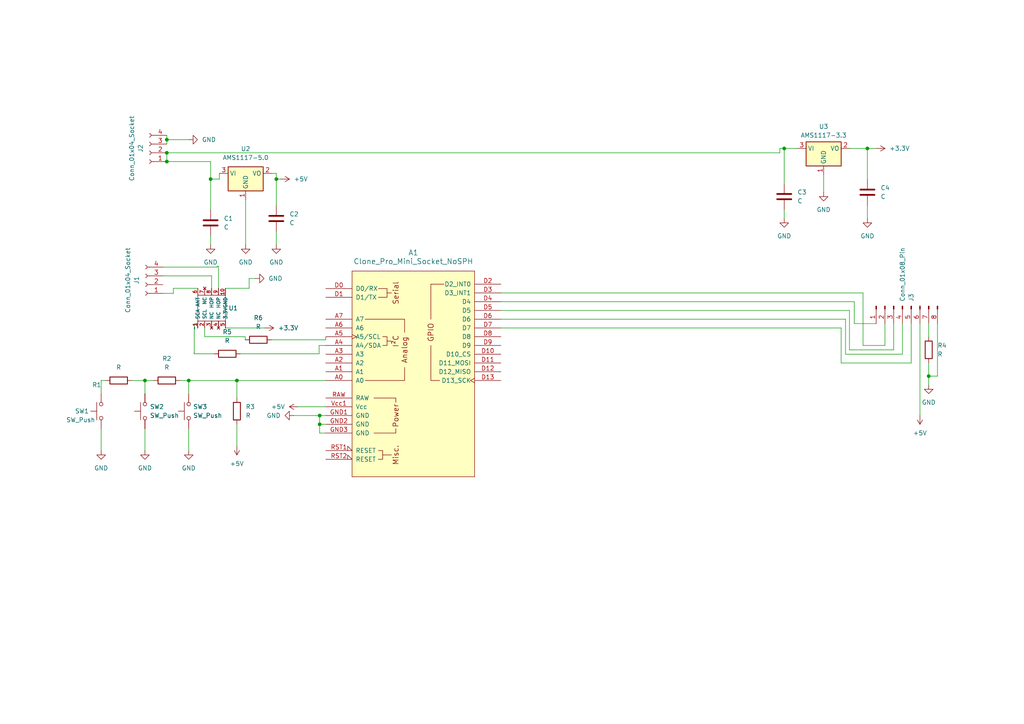
<source format=kicad_sch>
(kicad_sch (version 20230121) (generator eeschema)

  (uuid 56a4fbf4-2fbb-4fe9-8277-7a2a440684c3)

  (paper "A4")

  (lib_symbols
    (symbol "Connector:Conn_01x04_Socket" (pin_names (offset 1.016) hide) (in_bom yes) (on_board yes)
      (property "Reference" "J" (at 0 5.08 0)
        (effects (font (size 1.27 1.27)))
      )
      (property "Value" "Conn_01x04_Socket" (at 0 -7.62 0)
        (effects (font (size 1.27 1.27)))
      )
      (property "Footprint" "" (at 0 0 0)
        (effects (font (size 1.27 1.27)) hide)
      )
      (property "Datasheet" "~" (at 0 0 0)
        (effects (font (size 1.27 1.27)) hide)
      )
      (property "ki_locked" "" (at 0 0 0)
        (effects (font (size 1.27 1.27)))
      )
      (property "ki_keywords" "connector" (at 0 0 0)
        (effects (font (size 1.27 1.27)) hide)
      )
      (property "ki_description" "Generic connector, single row, 01x04, script generated" (at 0 0 0)
        (effects (font (size 1.27 1.27)) hide)
      )
      (property "ki_fp_filters" "Connector*:*_1x??_*" (at 0 0 0)
        (effects (font (size 1.27 1.27)) hide)
      )
      (symbol "Conn_01x04_Socket_1_1"
        (arc (start 0 -4.572) (mid -0.5058 -5.08) (end 0 -5.588)
          (stroke (width 0.1524) (type default))
          (fill (type none))
        )
        (arc (start 0 -2.032) (mid -0.5058 -2.54) (end 0 -3.048)
          (stroke (width 0.1524) (type default))
          (fill (type none))
        )
        (polyline
          (pts
            (xy -1.27 -5.08)
            (xy -0.508 -5.08)
          )
          (stroke (width 0.1524) (type default))
          (fill (type none))
        )
        (polyline
          (pts
            (xy -1.27 -2.54)
            (xy -0.508 -2.54)
          )
          (stroke (width 0.1524) (type default))
          (fill (type none))
        )
        (polyline
          (pts
            (xy -1.27 0)
            (xy -0.508 0)
          )
          (stroke (width 0.1524) (type default))
          (fill (type none))
        )
        (polyline
          (pts
            (xy -1.27 2.54)
            (xy -0.508 2.54)
          )
          (stroke (width 0.1524) (type default))
          (fill (type none))
        )
        (arc (start 0 0.508) (mid -0.5058 0) (end 0 -0.508)
          (stroke (width 0.1524) (type default))
          (fill (type none))
        )
        (arc (start 0 3.048) (mid -0.5058 2.54) (end 0 2.032)
          (stroke (width 0.1524) (type default))
          (fill (type none))
        )
        (pin passive line (at -5.08 2.54 0) (length 3.81)
          (name "Pin_1" (effects (font (size 1.27 1.27))))
          (number "1" (effects (font (size 1.27 1.27))))
        )
        (pin passive line (at -5.08 0 0) (length 3.81)
          (name "Pin_2" (effects (font (size 1.27 1.27))))
          (number "2" (effects (font (size 1.27 1.27))))
        )
        (pin passive line (at -5.08 -2.54 0) (length 3.81)
          (name "Pin_3" (effects (font (size 1.27 1.27))))
          (number "3" (effects (font (size 1.27 1.27))))
        )
        (pin passive line (at -5.08 -5.08 0) (length 3.81)
          (name "Pin_4" (effects (font (size 1.27 1.27))))
          (number "4" (effects (font (size 1.27 1.27))))
        )
      )
    )
    (symbol "Connector:Conn_01x08_Pin" (pin_names (offset 1.016) hide) (in_bom yes) (on_board yes)
      (property "Reference" "J" (at 0 10.16 0)
        (effects (font (size 1.27 1.27)))
      )
      (property "Value" "Conn_01x08_Pin" (at 0 -12.7 0)
        (effects (font (size 1.27 1.27)))
      )
      (property "Footprint" "" (at 0 0 0)
        (effects (font (size 1.27 1.27)) hide)
      )
      (property "Datasheet" "~" (at 0 0 0)
        (effects (font (size 1.27 1.27)) hide)
      )
      (property "ki_locked" "" (at 0 0 0)
        (effects (font (size 1.27 1.27)))
      )
      (property "ki_keywords" "connector" (at 0 0 0)
        (effects (font (size 1.27 1.27)) hide)
      )
      (property "ki_description" "Generic connector, single row, 01x08, script generated" (at 0 0 0)
        (effects (font (size 1.27 1.27)) hide)
      )
      (property "ki_fp_filters" "Connector*:*_1x??_*" (at 0 0 0)
        (effects (font (size 1.27 1.27)) hide)
      )
      (symbol "Conn_01x08_Pin_1_1"
        (polyline
          (pts
            (xy 1.27 -10.16)
            (xy 0.8636 -10.16)
          )
          (stroke (width 0.1524) (type default))
          (fill (type none))
        )
        (polyline
          (pts
            (xy 1.27 -7.62)
            (xy 0.8636 -7.62)
          )
          (stroke (width 0.1524) (type default))
          (fill (type none))
        )
        (polyline
          (pts
            (xy 1.27 -5.08)
            (xy 0.8636 -5.08)
          )
          (stroke (width 0.1524) (type default))
          (fill (type none))
        )
        (polyline
          (pts
            (xy 1.27 -2.54)
            (xy 0.8636 -2.54)
          )
          (stroke (width 0.1524) (type default))
          (fill (type none))
        )
        (polyline
          (pts
            (xy 1.27 0)
            (xy 0.8636 0)
          )
          (stroke (width 0.1524) (type default))
          (fill (type none))
        )
        (polyline
          (pts
            (xy 1.27 2.54)
            (xy 0.8636 2.54)
          )
          (stroke (width 0.1524) (type default))
          (fill (type none))
        )
        (polyline
          (pts
            (xy 1.27 5.08)
            (xy 0.8636 5.08)
          )
          (stroke (width 0.1524) (type default))
          (fill (type none))
        )
        (polyline
          (pts
            (xy 1.27 7.62)
            (xy 0.8636 7.62)
          )
          (stroke (width 0.1524) (type default))
          (fill (type none))
        )
        (rectangle (start 0.8636 -10.033) (end 0 -10.287)
          (stroke (width 0.1524) (type default))
          (fill (type outline))
        )
        (rectangle (start 0.8636 -7.493) (end 0 -7.747)
          (stroke (width 0.1524) (type default))
          (fill (type outline))
        )
        (rectangle (start 0.8636 -4.953) (end 0 -5.207)
          (stroke (width 0.1524) (type default))
          (fill (type outline))
        )
        (rectangle (start 0.8636 -2.413) (end 0 -2.667)
          (stroke (width 0.1524) (type default))
          (fill (type outline))
        )
        (rectangle (start 0.8636 0.127) (end 0 -0.127)
          (stroke (width 0.1524) (type default))
          (fill (type outline))
        )
        (rectangle (start 0.8636 2.667) (end 0 2.413)
          (stroke (width 0.1524) (type default))
          (fill (type outline))
        )
        (rectangle (start 0.8636 5.207) (end 0 4.953)
          (stroke (width 0.1524) (type default))
          (fill (type outline))
        )
        (rectangle (start 0.8636 7.747) (end 0 7.493)
          (stroke (width 0.1524) (type default))
          (fill (type outline))
        )
        (pin passive line (at 5.08 7.62 180) (length 3.81)
          (name "Pin_1" (effects (font (size 1.27 1.27))))
          (number "1" (effects (font (size 1.27 1.27))))
        )
        (pin passive line (at 5.08 5.08 180) (length 3.81)
          (name "Pin_2" (effects (font (size 1.27 1.27))))
          (number "2" (effects (font (size 1.27 1.27))))
        )
        (pin passive line (at 5.08 2.54 180) (length 3.81)
          (name "Pin_3" (effects (font (size 1.27 1.27))))
          (number "3" (effects (font (size 1.27 1.27))))
        )
        (pin passive line (at 5.08 0 180) (length 3.81)
          (name "Pin_4" (effects (font (size 1.27 1.27))))
          (number "4" (effects (font (size 1.27 1.27))))
        )
        (pin passive line (at 5.08 -2.54 180) (length 3.81)
          (name "Pin_5" (effects (font (size 1.27 1.27))))
          (number "5" (effects (font (size 1.27 1.27))))
        )
        (pin passive line (at 5.08 -5.08 180) (length 3.81)
          (name "Pin_6" (effects (font (size 1.27 1.27))))
          (number "6" (effects (font (size 1.27 1.27))))
        )
        (pin passive line (at 5.08 -7.62 180) (length 3.81)
          (name "Pin_7" (effects (font (size 1.27 1.27))))
          (number "7" (effects (font (size 1.27 1.27))))
        )
        (pin passive line (at 5.08 -10.16 180) (length 3.81)
          (name "Pin_8" (effects (font (size 1.27 1.27))))
          (number "8" (effects (font (size 1.27 1.27))))
        )
      )
    )
    (symbol "Device:C" (pin_numbers hide) (pin_names (offset 0.254)) (in_bom yes) (on_board yes)
      (property "Reference" "C" (at 0.635 2.54 0)
        (effects (font (size 1.27 1.27)) (justify left))
      )
      (property "Value" "C" (at 0.635 -2.54 0)
        (effects (font (size 1.27 1.27)) (justify left))
      )
      (property "Footprint" "" (at 0.9652 -3.81 0)
        (effects (font (size 1.27 1.27)) hide)
      )
      (property "Datasheet" "~" (at 0 0 0)
        (effects (font (size 1.27 1.27)) hide)
      )
      (property "ki_keywords" "cap capacitor" (at 0 0 0)
        (effects (font (size 1.27 1.27)) hide)
      )
      (property "ki_description" "Unpolarized capacitor" (at 0 0 0)
        (effects (font (size 1.27 1.27)) hide)
      )
      (property "ki_fp_filters" "C_*" (at 0 0 0)
        (effects (font (size 1.27 1.27)) hide)
      )
      (symbol "C_0_1"
        (polyline
          (pts
            (xy -2.032 -0.762)
            (xy 2.032 -0.762)
          )
          (stroke (width 0.508) (type default))
          (fill (type none))
        )
        (polyline
          (pts
            (xy -2.032 0.762)
            (xy 2.032 0.762)
          )
          (stroke (width 0.508) (type default))
          (fill (type none))
        )
      )
      (symbol "C_1_1"
        (pin passive line (at 0 3.81 270) (length 2.794)
          (name "~" (effects (font (size 1.27 1.27))))
          (number "1" (effects (font (size 1.27 1.27))))
        )
        (pin passive line (at 0 -3.81 90) (length 2.794)
          (name "~" (effects (font (size 1.27 1.27))))
          (number "2" (effects (font (size 1.27 1.27))))
        )
      )
    )
    (symbol "Device:R" (pin_numbers hide) (pin_names (offset 0)) (in_bom yes) (on_board yes)
      (property "Reference" "R" (at 2.032 0 90)
        (effects (font (size 1.27 1.27)))
      )
      (property "Value" "R" (at 0 0 90)
        (effects (font (size 1.27 1.27)))
      )
      (property "Footprint" "" (at -1.778 0 90)
        (effects (font (size 1.27 1.27)) hide)
      )
      (property "Datasheet" "~" (at 0 0 0)
        (effects (font (size 1.27 1.27)) hide)
      )
      (property "ki_keywords" "R res resistor" (at 0 0 0)
        (effects (font (size 1.27 1.27)) hide)
      )
      (property "ki_description" "Resistor" (at 0 0 0)
        (effects (font (size 1.27 1.27)) hide)
      )
      (property "ki_fp_filters" "R_*" (at 0 0 0)
        (effects (font (size 1.27 1.27)) hide)
      )
      (symbol "R_0_1"
        (rectangle (start -1.016 -2.54) (end 1.016 2.54)
          (stroke (width 0.254) (type default))
          (fill (type none))
        )
      )
      (symbol "R_1_1"
        (pin passive line (at 0 3.81 270) (length 1.27)
          (name "~" (effects (font (size 1.27 1.27))))
          (number "1" (effects (font (size 1.27 1.27))))
        )
        (pin passive line (at 0 -3.81 90) (length 1.27)
          (name "~" (effects (font (size 1.27 1.27))))
          (number "2" (effects (font (size 1.27 1.27))))
        )
      )
    )
    (symbol "New_Library:RDA" (in_bom yes) (on_board yes)
      (property "Reference" "U3" (at 5.75 -8.89 90)
        (effects (font (size 1.27 1.27)) (justify right))
      )
      (property "Value" "~" (at 0 1 0)
        (effects (font (size 1.27 1.27)))
      )
      (property "Footprint" "" (at 0 1 0)
        (effects (font (size 1.27 1.27)) hide)
      )
      (property "Datasheet" "" (at 0 1 0)
        (effects (font (size 1.27 1.27)) hide)
      )
      (property "ki_locked" "" (at 0 0 0)
        (effects (font (size 1.27 1.27)))
      )
      (symbol "RDA_1_1"
        (rectangle (start 2 0) (end 9.5 -8)
          (stroke (width 0) (type default))
          (fill (type none))
        )
        (pin tri_state line (at 0 0 0) (length 2)
          (name "SCA" (effects (font (size 1 1))))
          (number "1" (effects (font (size 1 1))))
        )
        (pin power_in line (at 11.5 -8 180) (length 2)
          (name "GND" (effects (font (size 1 1))))
          (number "10" (effects (font (size 1 1))))
        )
        (pin tri_state line (at 0 -2 0) (length 2)
          (name "SCL" (effects (font (size 1 1))))
          (number "2" (effects (font (size 1 1))))
        )
        (pin no_connect line (at 0 -4 0) (length 2)
          (name "NC" (effects (font (size 1 1))))
          (number "3" (effects (font (size 1 1))))
        )
        (pin no_connect line (at 0 -6 0) (length 2)
          (name "NC" (effects (font (size 1 1))))
          (number "4" (effects (font (size 1 1))))
        )
        (pin power_in line (at 0 -8 0) (length 2)
          (name "3.3V" (effects (font (size 1 1))))
          (number "5" (effects (font (size 1 1))))
        )
        (pin output line (at 11.5 0 180) (length 2)
          (name "ANT" (effects (font (size 1 1))))
          (number "6" (effects (font (size 1 1))))
        )
        (pin no_connect line (at 11.5 -2 180) (length 2)
          (name "NC" (effects (font (size 1 1))))
          (number "7" (effects (font (size 1 1))))
        )
        (pin output line (at 11.5 -4 180) (length 2)
          (name "HOP" (effects (font (size 1 1))))
          (number "8" (effects (font (size 1 1))))
        )
        (pin output line (at 11.5 -6 180) (length 2)
          (name "HOP" (effects (font (size 1 1))))
          (number "9" (effects (font (size 1 1))))
        )
      )
    )
    (symbol "PCM_arduino-library:Clone_Pro_Mini_Socket_NoSPH" (pin_names (offset 1.016)) (in_bom yes) (on_board yes)
      (property "Reference" "A" (at 0 36.83 0)
        (effects (font (size 1.524 1.524)))
      )
      (property "Value" "Clone_Pro_Mini_Socket_NoSPH" (at 0 33.02 0)
        (effects (font (size 1.524 1.524)))
      )
      (property "Footprint" "PCM_arduino-library:Clone_Pro_Mini_Socket_NoSPH" (at 0 -36.83 0)
        (effects (font (size 1.524 1.524)) hide)
      )
      (property "Datasheet" "https://www.addicore.com/Pro-Mini-p/ad249.htm" (at 0 -33.02 0)
        (effects (font (size 1.524 1.524)) hide)
      )
      (property "ki_keywords" "Clone MPU Shield" (at 0 0 0)
        (effects (font (size 1.27 1.27)) hide)
      )
      (property "ki_description" "Socket for Common Unofficial Pro Mini Clone (without Programming Header Pins)" (at 0 0 0)
        (effects (font (size 1.27 1.27)) hide)
      )
      (property "ki_fp_filters" "Clone_Pro_Mini_Socket_NoSPH" (at 0 0 0)
        (effects (font (size 1.27 1.27)) hide)
      )
      (symbol "Clone_Pro_Mini_Socket_NoSPH_0_0"
        (rectangle (start -17.78 30.48) (end 17.78 -29.21)
          (stroke (width 0) (type default))
          (fill (type background))
        )
        (polyline
          (pts
            (xy -7.62 10.16)
            (xy -6.35 10.16)
          )
          (stroke (width 0) (type default))
          (fill (type none))
        )
        (polyline
          (pts
            (xy -7.62 24.13)
            (xy -6.35 24.13)
          )
          (stroke (width 0) (type default))
          (fill (type none))
        )
        (polyline
          (pts
            (xy -6.35 -22.86)
            (xy -8.89 -22.86)
          )
          (stroke (width 0) (type default))
          (fill (type none))
        )
        (polyline
          (pts
            (xy -11.43 -16.51)
            (xy -5.08 -16.51)
            (xy -5.08 -15.24)
          )
          (stroke (width 0) (type default))
          (fill (type none))
        )
        (polyline
          (pts
            (xy -5.08 -7.62)
            (xy -5.08 -6.35)
            (xy -11.43 -6.35)
          )
          (stroke (width 0) (type default))
          (fill (type none))
        )
        (polyline
          (pts
            (xy -2.54 2.54)
            (xy -2.54 -1.27)
            (xy -13.97 -1.27)
          )
          (stroke (width 0) (type default))
          (fill (type none))
        )
        (polyline
          (pts
            (xy -2.54 12.7)
            (xy -2.54 16.51)
            (xy -13.97 16.51)
          )
          (stroke (width 0) (type default))
          (fill (type none))
        )
        (polyline
          (pts
            (xy -10.16 25.4)
            (xy -7.62 25.4)
            (xy -7.62 22.86)
            (xy -10.16 22.86)
          )
          (stroke (width 0) (type default))
          (fill (type none))
        )
        (polyline
          (pts
            (xy -8.89 11.43)
            (xy -7.62 11.43)
            (xy -7.62 8.89)
            (xy -8.89 8.89)
          )
          (stroke (width 0) (type default))
          (fill (type none))
        )
        (text "Analog" (at -2.54 7.62 900)
          (effects (font (size 1.524 1.524)))
        )
        (text "I²C" (at -5.08 10.16 900)
          (effects (font (size 1.524 1.524)))
        )
        (text "Misc." (at -5.08 -22.86 900)
          (effects (font (size 1.524 1.524)))
        )
        (text "Power" (at -5.08 -11.43 900)
          (effects (font (size 1.524 1.524)))
        )
        (text "Serial" (at -5.08 24.13 900)
          (effects (font (size 1.524 1.524)))
        )
      )
      (symbol "Clone_Pro_Mini_Socket_NoSPH_0_1"
        (polyline
          (pts
            (xy 7.62 -1.27)
            (xy 5.08 -1.27)
            (xy 5.08 8.89)
          )
          (stroke (width 0) (type default))
          (fill (type none))
        )
        (polyline
          (pts
            (xy 8.89 26.67)
            (xy 5.08 26.67)
            (xy 5.08 16.51)
          )
          (stroke (width 0) (type default))
          (fill (type none))
        )
        (polyline
          (pts
            (xy -10.16 -24.13)
            (xy -8.89 -24.13)
            (xy -8.89 -21.59)
            (xy -10.16 -21.59)
          )
          (stroke (width 0) (type default))
          (fill (type none))
        )
      )
      (symbol "Clone_Pro_Mini_Socket_NoSPH_1_0"
        (text "GPIO" (at 5.08 12.7 900)
          (effects (font (size 1.524 1.524)))
        )
      )
      (symbol "Clone_Pro_Mini_Socket_NoSPH_1_1"
        (pin bidirectional line (at -25.4 -1.27 0) (length 7.62)
          (name "A0" (effects (font (size 1.27 1.27))))
          (number "A0" (effects (font (size 1.27 1.27))))
        )
        (pin bidirectional line (at -25.4 1.27 0) (length 7.62)
          (name "A1" (effects (font (size 1.27 1.27))))
          (number "A1" (effects (font (size 1.27 1.27))))
        )
        (pin bidirectional line (at -25.4 3.81 0) (length 7.62)
          (name "A2" (effects (font (size 1.27 1.27))))
          (number "A2" (effects (font (size 1.27 1.27))))
        )
        (pin bidirectional line (at -25.4 6.35 0) (length 7.62)
          (name "A3" (effects (font (size 1.27 1.27))))
          (number "A3" (effects (font (size 1.27 1.27))))
        )
        (pin bidirectional line (at -25.4 8.89 0) (length 7.62)
          (name "A4/SDA" (effects (font (size 1.27 1.27))))
          (number "A4" (effects (font (size 1.27 1.27))))
        )
        (pin bidirectional clock (at -25.4 11.43 0) (length 7.62)
          (name "A5/SCL" (effects (font (size 1.27 1.27))))
          (number "A5" (effects (font (size 1.27 1.27))))
        )
        (pin input line (at -25.4 13.97 0) (length 7.62)
          (name "A6" (effects (font (size 1.27 1.27))))
          (number "A6" (effects (font (size 1.27 1.27))))
        )
        (pin input line (at -25.4 16.51 0) (length 7.62)
          (name "A7" (effects (font (size 1.27 1.27))))
          (number "A7" (effects (font (size 1.27 1.27))))
        )
        (pin bidirectional line (at -25.4 25.4 0) (length 7.62)
          (name "D0/RX" (effects (font (size 1.27 1.27))))
          (number "D0" (effects (font (size 1.27 1.27))))
        )
        (pin bidirectional line (at -25.4 22.86 0) (length 7.62)
          (name "D1/TX" (effects (font (size 1.27 1.27))))
          (number "D1" (effects (font (size 1.27 1.27))))
        )
        (pin bidirectional line (at 25.4 6.35 180) (length 7.62)
          (name "D10_CS" (effects (font (size 1.27 1.27))))
          (number "D10" (effects (font (size 1.27 1.27))))
        )
        (pin bidirectional line (at 25.4 3.81 180) (length 7.62)
          (name "D11_MOSI" (effects (font (size 1.27 1.27))))
          (number "D11" (effects (font (size 1.27 1.27))))
        )
        (pin bidirectional line (at 25.4 1.27 180) (length 7.62)
          (name "D12_MISO" (effects (font (size 1.27 1.27))))
          (number "D12" (effects (font (size 1.27 1.27))))
        )
        (pin bidirectional clock (at 25.4 -1.27 180) (length 7.62)
          (name "D13_SCK" (effects (font (size 1.27 1.27))))
          (number "D13" (effects (font (size 1.27 1.27))))
        )
        (pin bidirectional line (at 25.4 26.67 180) (length 7.62)
          (name "D2_INT0" (effects (font (size 1.27 1.27))))
          (number "D2" (effects (font (size 1.27 1.27))))
        )
        (pin bidirectional line (at 25.4 24.13 180) (length 7.62)
          (name "D3_INT1" (effects (font (size 1.27 1.27))))
          (number "D3" (effects (font (size 1.27 1.27))))
        )
        (pin bidirectional line (at 25.4 21.59 180) (length 7.62)
          (name "D4" (effects (font (size 1.27 1.27))))
          (number "D4" (effects (font (size 1.27 1.27))))
        )
        (pin bidirectional line (at 25.4 19.05 180) (length 7.62)
          (name "D5" (effects (font (size 1.27 1.27))))
          (number "D5" (effects (font (size 1.27 1.27))))
        )
        (pin bidirectional line (at 25.4 16.51 180) (length 7.62)
          (name "D6" (effects (font (size 1.27 1.27))))
          (number "D6" (effects (font (size 1.27 1.27))))
        )
        (pin bidirectional line (at 25.4 13.97 180) (length 7.62)
          (name "D7" (effects (font (size 1.27 1.27))))
          (number "D7" (effects (font (size 1.27 1.27))))
        )
        (pin bidirectional line (at 25.4 11.43 180) (length 7.62)
          (name "D8" (effects (font (size 1.27 1.27))))
          (number "D8" (effects (font (size 1.27 1.27))))
        )
        (pin bidirectional line (at 25.4 8.89 180) (length 7.62)
          (name "D9" (effects (font (size 1.27 1.27))))
          (number "D9" (effects (font (size 1.27 1.27))))
        )
        (pin power_in line (at -25.4 -11.43 0) (length 7.62)
          (name "GND" (effects (font (size 1.27 1.27))))
          (number "GND1" (effects (font (size 1.27 1.27))))
        )
        (pin power_in line (at -25.4 -13.97 0) (length 7.62)
          (name "GND" (effects (font (size 1.27 1.27))))
          (number "GND2" (effects (font (size 1.27 1.27))))
        )
        (pin power_in line (at -25.4 -16.51 0) (length 7.62)
          (name "GND" (effects (font (size 1.27 1.27))))
          (number "GND3" (effects (font (size 1.27 1.27))))
        )
        (pin power_in line (at -25.4 -6.35 0) (length 7.62)
          (name "RAW" (effects (font (size 1.27 1.27))))
          (number "RAW" (effects (font (size 1.27 1.27))))
        )
        (pin open_collector input_low (at -25.4 -21.59 0) (length 7.62)
          (name "RESET" (effects (font (size 1.27 1.27))))
          (number "RST1" (effects (font (size 1.27 1.27))))
        )
        (pin open_collector input_low (at -25.4 -24.13 0) (length 7.62)
          (name "RESET" (effects (font (size 1.27 1.27))))
          (number "RST2" (effects (font (size 1.27 1.27))))
        )
        (pin power_in line (at -25.4 -8.89 0) (length 7.62)
          (name "Vcc" (effects (font (size 1.27 1.27))))
          (number "Vcc1" (effects (font (size 1.27 1.27))))
        )
      )
    )
    (symbol "Regulator_Linear:AMS1117-3.3" (in_bom yes) (on_board yes)
      (property "Reference" "U" (at -3.81 3.175 0)
        (effects (font (size 1.27 1.27)))
      )
      (property "Value" "AMS1117-3.3" (at 0 3.175 0)
        (effects (font (size 1.27 1.27)) (justify left))
      )
      (property "Footprint" "Package_TO_SOT_SMD:SOT-223-3_TabPin2" (at 0 5.08 0)
        (effects (font (size 1.27 1.27)) hide)
      )
      (property "Datasheet" "http://www.advanced-monolithic.com/pdf/ds1117.pdf" (at 2.54 -6.35 0)
        (effects (font (size 1.27 1.27)) hide)
      )
      (property "ki_keywords" "linear regulator ldo fixed positive" (at 0 0 0)
        (effects (font (size 1.27 1.27)) hide)
      )
      (property "ki_description" "1A Low Dropout regulator, positive, 3.3V fixed output, SOT-223" (at 0 0 0)
        (effects (font (size 1.27 1.27)) hide)
      )
      (property "ki_fp_filters" "SOT?223*TabPin2*" (at 0 0 0)
        (effects (font (size 1.27 1.27)) hide)
      )
      (symbol "AMS1117-3.3_0_1"
        (rectangle (start -5.08 -5.08) (end 5.08 1.905)
          (stroke (width 0.254) (type default))
          (fill (type background))
        )
      )
      (symbol "AMS1117-3.3_1_1"
        (pin power_in line (at 0 -7.62 90) (length 2.54)
          (name "GND" (effects (font (size 1.27 1.27))))
          (number "1" (effects (font (size 1.27 1.27))))
        )
        (pin power_out line (at 7.62 0 180) (length 2.54)
          (name "VO" (effects (font (size 1.27 1.27))))
          (number "2" (effects (font (size 1.27 1.27))))
        )
        (pin power_in line (at -7.62 0 0) (length 2.54)
          (name "VI" (effects (font (size 1.27 1.27))))
          (number "3" (effects (font (size 1.27 1.27))))
        )
      )
    )
    (symbol "Regulator_Linear:AMS1117-5.0" (in_bom yes) (on_board yes)
      (property "Reference" "U" (at -3.81 3.175 0)
        (effects (font (size 1.27 1.27)))
      )
      (property "Value" "AMS1117-5.0" (at 0 3.175 0)
        (effects (font (size 1.27 1.27)) (justify left))
      )
      (property "Footprint" "Package_TO_SOT_SMD:SOT-223-3_TabPin2" (at 0 5.08 0)
        (effects (font (size 1.27 1.27)) hide)
      )
      (property "Datasheet" "http://www.advanced-monolithic.com/pdf/ds1117.pdf" (at 2.54 -6.35 0)
        (effects (font (size 1.27 1.27)) hide)
      )
      (property "ki_keywords" "linear regulator ldo fixed positive" (at 0 0 0)
        (effects (font (size 1.27 1.27)) hide)
      )
      (property "ki_description" "1A Low Dropout regulator, positive, 5.0V fixed output, SOT-223" (at 0 0 0)
        (effects (font (size 1.27 1.27)) hide)
      )
      (property "ki_fp_filters" "SOT?223*TabPin2*" (at 0 0 0)
        (effects (font (size 1.27 1.27)) hide)
      )
      (symbol "AMS1117-5.0_0_1"
        (rectangle (start -5.08 -5.08) (end 5.08 1.905)
          (stroke (width 0.254) (type default))
          (fill (type background))
        )
      )
      (symbol "AMS1117-5.0_1_1"
        (pin power_in line (at 0 -7.62 90) (length 2.54)
          (name "GND" (effects (font (size 1.27 1.27))))
          (number "1" (effects (font (size 1.27 1.27))))
        )
        (pin power_out line (at 7.62 0 180) (length 2.54)
          (name "VO" (effects (font (size 1.27 1.27))))
          (number "2" (effects (font (size 1.27 1.27))))
        )
        (pin power_in line (at -7.62 0 0) (length 2.54)
          (name "VI" (effects (font (size 1.27 1.27))))
          (number "3" (effects (font (size 1.27 1.27))))
        )
      )
    )
    (symbol "Switch:SW_Push" (pin_numbers hide) (pin_names (offset 1.016) hide) (in_bom yes) (on_board yes)
      (property "Reference" "SW" (at 1.27 2.54 0)
        (effects (font (size 1.27 1.27)) (justify left))
      )
      (property "Value" "SW_Push" (at 0 -1.524 0)
        (effects (font (size 1.27 1.27)))
      )
      (property "Footprint" "" (at 0 5.08 0)
        (effects (font (size 1.27 1.27)) hide)
      )
      (property "Datasheet" "~" (at 0 5.08 0)
        (effects (font (size 1.27 1.27)) hide)
      )
      (property "ki_keywords" "switch normally-open pushbutton push-button" (at 0 0 0)
        (effects (font (size 1.27 1.27)) hide)
      )
      (property "ki_description" "Push button switch, generic, two pins" (at 0 0 0)
        (effects (font (size 1.27 1.27)) hide)
      )
      (symbol "SW_Push_0_1"
        (circle (center -2.032 0) (radius 0.508)
          (stroke (width 0) (type default))
          (fill (type none))
        )
        (polyline
          (pts
            (xy 0 1.27)
            (xy 0 3.048)
          )
          (stroke (width 0) (type default))
          (fill (type none))
        )
        (polyline
          (pts
            (xy 2.54 1.27)
            (xy -2.54 1.27)
          )
          (stroke (width 0) (type default))
          (fill (type none))
        )
        (circle (center 2.032 0) (radius 0.508)
          (stroke (width 0) (type default))
          (fill (type none))
        )
        (pin passive line (at -5.08 0 0) (length 2.54)
          (name "1" (effects (font (size 1.27 1.27))))
          (number "1" (effects (font (size 1.27 1.27))))
        )
        (pin passive line (at 5.08 0 180) (length 2.54)
          (name "2" (effects (font (size 1.27 1.27))))
          (number "2" (effects (font (size 1.27 1.27))))
        )
      )
    )
    (symbol "power:+3.3V" (power) (pin_names (offset 0)) (in_bom yes) (on_board yes)
      (property "Reference" "#PWR" (at 0 -3.81 0)
        (effects (font (size 1.27 1.27)) hide)
      )
      (property "Value" "+3.3V" (at 0 3.556 0)
        (effects (font (size 1.27 1.27)))
      )
      (property "Footprint" "" (at 0 0 0)
        (effects (font (size 1.27 1.27)) hide)
      )
      (property "Datasheet" "" (at 0 0 0)
        (effects (font (size 1.27 1.27)) hide)
      )
      (property "ki_keywords" "global power" (at 0 0 0)
        (effects (font (size 1.27 1.27)) hide)
      )
      (property "ki_description" "Power symbol creates a global label with name \"+3.3V\"" (at 0 0 0)
        (effects (font (size 1.27 1.27)) hide)
      )
      (symbol "+3.3V_0_1"
        (polyline
          (pts
            (xy -0.762 1.27)
            (xy 0 2.54)
          )
          (stroke (width 0) (type default))
          (fill (type none))
        )
        (polyline
          (pts
            (xy 0 0)
            (xy 0 2.54)
          )
          (stroke (width 0) (type default))
          (fill (type none))
        )
        (polyline
          (pts
            (xy 0 2.54)
            (xy 0.762 1.27)
          )
          (stroke (width 0) (type default))
          (fill (type none))
        )
      )
      (symbol "+3.3V_1_1"
        (pin power_in line (at 0 0 90) (length 0) hide
          (name "+3.3V" (effects (font (size 1.27 1.27))))
          (number "1" (effects (font (size 1.27 1.27))))
        )
      )
    )
    (symbol "power:+5V" (power) (pin_names (offset 0)) (in_bom yes) (on_board yes)
      (property "Reference" "#PWR" (at 0 -3.81 0)
        (effects (font (size 1.27 1.27)) hide)
      )
      (property "Value" "+5V" (at 0 3.556 0)
        (effects (font (size 1.27 1.27)))
      )
      (property "Footprint" "" (at 0 0 0)
        (effects (font (size 1.27 1.27)) hide)
      )
      (property "Datasheet" "" (at 0 0 0)
        (effects (font (size 1.27 1.27)) hide)
      )
      (property "ki_keywords" "global power" (at 0 0 0)
        (effects (font (size 1.27 1.27)) hide)
      )
      (property "ki_description" "Power symbol creates a global label with name \"+5V\"" (at 0 0 0)
        (effects (font (size 1.27 1.27)) hide)
      )
      (symbol "+5V_0_1"
        (polyline
          (pts
            (xy -0.762 1.27)
            (xy 0 2.54)
          )
          (stroke (width 0) (type default))
          (fill (type none))
        )
        (polyline
          (pts
            (xy 0 0)
            (xy 0 2.54)
          )
          (stroke (width 0) (type default))
          (fill (type none))
        )
        (polyline
          (pts
            (xy 0 2.54)
            (xy 0.762 1.27)
          )
          (stroke (width 0) (type default))
          (fill (type none))
        )
      )
      (symbol "+5V_1_1"
        (pin power_in line (at 0 0 90) (length 0) hide
          (name "+5V" (effects (font (size 1.27 1.27))))
          (number "1" (effects (font (size 1.27 1.27))))
        )
      )
    )
    (symbol "power:GND" (power) (pin_names (offset 0)) (in_bom yes) (on_board yes)
      (property "Reference" "#PWR" (at 0 -6.35 0)
        (effects (font (size 1.27 1.27)) hide)
      )
      (property "Value" "GND" (at 0 -3.81 0)
        (effects (font (size 1.27 1.27)))
      )
      (property "Footprint" "" (at 0 0 0)
        (effects (font (size 1.27 1.27)) hide)
      )
      (property "Datasheet" "" (at 0 0 0)
        (effects (font (size 1.27 1.27)) hide)
      )
      (property "ki_keywords" "global power" (at 0 0 0)
        (effects (font (size 1.27 1.27)) hide)
      )
      (property "ki_description" "Power symbol creates a global label with name \"GND\" , ground" (at 0 0 0)
        (effects (font (size 1.27 1.27)) hide)
      )
      (symbol "GND_0_1"
        (polyline
          (pts
            (xy 0 0)
            (xy 0 -1.27)
            (xy 1.27 -1.27)
            (xy 0 -2.54)
            (xy -1.27 -1.27)
            (xy 0 -1.27)
          )
          (stroke (width 0) (type default))
          (fill (type none))
        )
      )
      (symbol "GND_1_1"
        (pin power_in line (at 0 0 270) (length 0) hide
          (name "GND" (effects (font (size 1.27 1.27))))
          (number "1" (effects (font (size 1.27 1.27))))
        )
      )
    )
  )

  (junction (at 48.387 44.323) (diameter 0) (color 0 0 0 0)
    (uuid 00ff365a-323b-4b3e-a92a-3d962f5f10f9)
  )
  (junction (at 92.71 123.063) (diameter 0) (color 0 0 0 0)
    (uuid 05d400af-f9d8-4150-81de-a25a7862d448)
  )
  (junction (at 92.71 120.523) (diameter 0) (color 0 0 0 0)
    (uuid 6eea08dc-56bf-4130-918b-bd3039772755)
  )
  (junction (at 80.137 51.943) (diameter 0) (color 0 0 0 0)
    (uuid 8a5bf758-0a98-47aa-85a0-b7057bc16fab)
  )
  (junction (at 48.387 46.863) (diameter 0) (color 0 0 0 0)
    (uuid 8fb28a09-78e0-4ac6-b134-bb8ae758501d)
  )
  (junction (at 54.737 110.363) (diameter 0) (color 0 0 0 0)
    (uuid 97403c46-b70e-465a-bfc3-8d517ae981a8)
  )
  (junction (at 68.707 110.363) (diameter 0) (color 0 0 0 0)
    (uuid 9c0910c3-47cf-4605-9088-c0c09fc4bb7d)
  )
  (junction (at 269.367 109.093) (diameter 0) (color 0 0 0 0)
    (uuid afd525f7-4e3a-424c-b709-27ad66e10554)
  )
  (junction (at 251.587 43.053) (diameter 0) (color 0 0 0 0)
    (uuid bca6feb3-7a9e-4b85-82e8-a767f946226c)
  )
  (junction (at 61.087 51.943) (diameter 0) (color 0 0 0 0)
    (uuid ce222728-aeba-4224-94f9-edb4f2e10cb2)
  )
  (junction (at 227.457 43.053) (diameter 0) (color 0 0 0 0)
    (uuid d6e6110e-537c-4074-83ac-1fde22d81e43)
  )
  (junction (at 42.037 110.363) (diameter 0) (color 0 0 0 0)
    (uuid dbb1fd3f-0345-41f2-8b79-18a9e76ffee6)
  )
  (junction (at 48.387 40.513) (diameter 0) (color 0 0 0 0)
    (uuid ef36a085-4a91-4a9b-a442-51a2f78db83d)
  )

  (wire (pts (xy 92.71 123.063) (xy 92.71 120.523))
    (stroke (width 0) (type default))
    (uuid 04d020b9-c211-454f-a3f7-b9716a9e05e3)
  )
  (wire (pts (xy 251.587 43.053) (xy 254.127 43.053))
    (stroke (width 0) (type default))
    (uuid 071e0ea0-7747-442a-90f6-49d8e4056951)
  )
  (wire (pts (xy 269.367 93.853) (xy 269.367 97.663))
    (stroke (width 0) (type default))
    (uuid 072ffbb3-e52f-4f9e-afb9-2b6cabff718e)
  )
  (wire (pts (xy 42.037 110.363) (xy 44.577 110.363))
    (stroke (width 0) (type default))
    (uuid 08386f8d-226e-43b8-8053-5bd53c9b0a74)
  )
  (wire (pts (xy 47.244 80.01) (xy 61.373 80.01))
    (stroke (width 0) (type default))
    (uuid 09962c12-8d50-440a-ab56-e0e6ef8f6088)
  )
  (wire (pts (xy 59.373 95.123) (xy 59.373 97.663))
    (stroke (width 0) (type default))
    (uuid 0acc587c-6fba-46da-982d-19e049ae07db)
  )
  (wire (pts (xy 71.12 97.663) (xy 71.12 98.552))
    (stroke (width 0) (type default))
    (uuid 0c32ef78-fa23-409b-b5a6-152271121b10)
  )
  (wire (pts (xy 145.288 95.123) (xy 243.967 95.123))
    (stroke (width 0) (type default))
    (uuid 1624aa30-2cce-4bf2-8fed-04c84cb5d6b8)
  )
  (wire (pts (xy 48.387 44.323) (xy 48.387 46.863))
    (stroke (width 0) (type default))
    (uuid 16a809b2-0268-4035-9fd4-7e17cb496cac)
  )
  (wire (pts (xy 69.723 102.616) (xy 92.5576 102.616))
    (stroke (width 0) (type default))
    (uuid 17ad4da1-c15f-4a42-92e9-af1a373ac310)
  )
  (wire (pts (xy 61.087 68.453) (xy 61.087 70.993))
    (stroke (width 0) (type default))
    (uuid 17e86c4b-7aed-4f27-bbb7-e14bb80878f3)
  )
  (wire (pts (xy 50.292 83.623) (xy 57.373 83.623))
    (stroke (width 0) (type default))
    (uuid 19e5646e-d1d9-454e-b7ea-25218207ae62)
  )
  (wire (pts (xy 71.247 57.912) (xy 71.247 70.993))
    (stroke (width 0) (type default))
    (uuid 20920929-3ca3-487f-af40-07e96ebab443)
  )
  (wire (pts (xy 226.187 43.053) (xy 227.457 43.053))
    (stroke (width 0) (type default))
    (uuid 261f2379-69b9-4b3a-a35a-02cfb6e6f4a6)
  )
  (wire (pts (xy 63.627 50.292) (xy 63.627 51.943))
    (stroke (width 0) (type default))
    (uuid 2cdda8bc-1d33-45ac-a360-c470bc7be426)
  )
  (wire (pts (xy 48.387 44.323) (xy 226.187 44.323))
    (stroke (width 0) (type default))
    (uuid 2f6f9fc9-8759-44ce-8fd1-3f4a7ff6821f)
  )
  (wire (pts (xy 227.457 43.053) (xy 227.457 53.213))
    (stroke (width 0) (type default))
    (uuid 36f194b2-825f-4f76-8fb3-9aaea25bf81f)
  )
  (wire (pts (xy 42.037 124.333) (xy 42.037 130.683))
    (stroke (width 0) (type default))
    (uuid 38169188-d2aa-4351-9f98-b9426899e1e5)
  )
  (wire (pts (xy 94.488 125.603) (xy 92.71 125.603))
    (stroke (width 0) (type default))
    (uuid 3a04a322-68e0-466f-a4bc-d8f3a32d2ee1)
  )
  (wire (pts (xy 243.967 105.283) (xy 243.967 95.123))
    (stroke (width 0) (type default))
    (uuid 3ce5b1f4-8dc4-49ed-8b2c-aceea7268b71)
  )
  (wire (pts (xy 94.488 97.663) (xy 94.488 98.552))
    (stroke (width 0) (type default))
    (uuid 3d167045-fd02-40c9-bd14-9f6e0d89474c)
  )
  (wire (pts (xy 80.137 50.292) (xy 80.137 51.943))
    (stroke (width 0) (type default))
    (uuid 3d45f3b7-b023-417c-a281-6c5fabd0cfb5)
  )
  (wire (pts (xy 68.707 110.363) (xy 54.737 110.363))
    (stroke (width 0) (type default))
    (uuid 3ecea348-2886-4dbb-af99-a5da6b8d355e)
  )
  (wire (pts (xy 254.127 93.853) (xy 247.777 93.853))
    (stroke (width 0) (type default))
    (uuid 3ee371c4-c681-418d-8683-1a0df9676159)
  )
  (wire (pts (xy 56.3372 93.9398) (xy 57.277 93.9398))
    (stroke (width 0) (type default))
    (uuid 3fb0695d-fa3a-4a9b-bde1-88c85fa58505)
  )
  (wire (pts (xy 238.887 50.673) (xy 238.887 55.753))
    (stroke (width 0) (type default))
    (uuid 40930963-6734-494c-ab7a-9d6966208f96)
  )
  (wire (pts (xy 94.488 123.063) (xy 92.71 123.063))
    (stroke (width 0) (type default))
    (uuid 41d0b037-68d9-4d7b-856b-32837419e5eb)
  )
  (wire (pts (xy 269.367 109.093) (xy 269.367 111.633))
    (stroke (width 0) (type default))
    (uuid 43f6df6a-083d-4fab-b36a-aacf3370cda8)
  )
  (wire (pts (xy 72.263 80.772) (xy 74.041 80.772))
    (stroke (width 0) (type default))
    (uuid 454e6936-0779-460f-9a3b-771b8ad75d40)
  )
  (wire (pts (xy 48.387 39.243) (xy 48.387 40.513))
    (stroke (width 0) (type default))
    (uuid 47df9481-d141-4925-b03c-ff0ac0cb406a)
  )
  (wire (pts (xy 92.71 125.603) (xy 92.71 123.063))
    (stroke (width 0) (type default))
    (uuid 4a43d6de-398f-46db-b245-0949dd0b1850)
  )
  (wire (pts (xy 145.288 92.583) (xy 245.237 92.583))
    (stroke (width 0) (type default))
    (uuid 4e955f22-65fa-44cb-953e-de5bfcfe7867)
  )
  (wire (pts (xy 65.373 95.123) (xy 76.835 95.123))
    (stroke (width 0) (type default))
    (uuid 50d2b583-b468-46b4-9356-791adbc08214)
  )
  (wire (pts (xy 30.607 110.363) (xy 29.337 110.363))
    (stroke (width 0) (type default))
    (uuid 51da1997-5370-45d8-8704-1da24a321646)
  )
  (wire (pts (xy 29.337 110.363) (xy 29.337 114.173))
    (stroke (width 0) (type default))
    (uuid 589c91a1-be5d-4977-a61f-7b97ed9e5000)
  )
  (wire (pts (xy 251.587 51.943) (xy 251.587 43.053))
    (stroke (width 0) (type default))
    (uuid 592b812d-0b50-4cb6-90a8-2be1ccc9b675)
  )
  (wire (pts (xy 56.3372 102.2858) (xy 56.2864 102.2858))
    (stroke (width 0) (type default))
    (uuid 637be495-fe35-480f-b3eb-f39f0b94b249)
  )
  (wire (pts (xy 62.992 77.47) (xy 47.244 77.47))
    (stroke (width 0) (type default))
    (uuid 68372768-1470-4c2d-a415-08e109592435)
  )
  (wire (pts (xy 29.337 124.333) (xy 29.337 130.683))
    (stroke (width 0) (type default))
    (uuid 68751450-47f0-4efe-8af3-c295aeb0782a)
  )
  (wire (pts (xy 86.487 117.983) (xy 94.488 117.983))
    (stroke (width 0) (type default))
    (uuid 6c008d45-54fb-4f5d-bc15-8afc68788162)
  )
  (wire (pts (xy 61.373 83.623) (xy 61.373 80.01))
    (stroke (width 0) (type default))
    (uuid 6f279ccc-cb3c-4fa6-b7d0-fc99b9d41c4f)
  )
  (wire (pts (xy 271.907 93.853) (xy 271.907 109.093))
    (stroke (width 0) (type default))
    (uuid 717185b0-bea2-4762-895a-797d342f5ce9)
  )
  (wire (pts (xy 48.387 40.513) (xy 48.387 41.783))
    (stroke (width 0) (type default))
    (uuid 71e39e62-9b9f-41de-90cf-18b83ed51f5e)
  )
  (wire (pts (xy 61.087 51.943) (xy 61.087 60.833))
    (stroke (width 0) (type default))
    (uuid 7303c7b7-78cb-4ce5-a820-b2cb4637cd65)
  )
  (wire (pts (xy 62.992 77.216) (xy 62.992 77.47))
    (stroke (width 0) (type default))
    (uuid 749bbc9b-5fb4-4e2b-a99d-04bc305800ef)
  )
  (wire (pts (xy 269.367 105.283) (xy 269.367 109.093))
    (stroke (width 0) (type default))
    (uuid 76335c3d-6d81-46bf-8047-9ca79f55191f)
  )
  (wire (pts (xy 226.187 44.323) (xy 226.187 43.053))
    (stroke (width 0) (type default))
    (uuid 7e41e6bb-f89e-4dca-aa87-59361723115d)
  )
  (wire (pts (xy 61.087 51.943) (xy 63.627 51.943))
    (stroke (width 0) (type default))
    (uuid 7f9236eb-c109-4f70-b1a5-b73677d23a8f)
  )
  (wire (pts (xy 78.867 50.292) (xy 80.137 50.292))
    (stroke (width 0) (type default))
    (uuid 7ffaadee-3d35-4294-9717-607c2bf7d1be)
  )
  (wire (pts (xy 261.747 93.853) (xy 261.747 102.743))
    (stroke (width 0) (type default))
    (uuid 7ffaf451-4a43-4fc7-b11c-cfe14d1aae13)
  )
  (wire (pts (xy 251.587 43.053) (xy 246.507 43.053))
    (stroke (width 0) (type default))
    (uuid 8075b956-4708-4fb2-9409-36749907ac18)
  )
  (wire (pts (xy 54.737 40.513) (xy 48.387 40.513))
    (stroke (width 0) (type default))
    (uuid 845f33c0-e04d-4c9a-bc61-2218f8be8280)
  )
  (wire (pts (xy 78.74 98.552) (xy 94.488 98.552))
    (stroke (width 0) (type default))
    (uuid 874aa4c1-a337-4730-a695-4532550f6c3f)
  )
  (wire (pts (xy 47.244 85.09) (xy 50.292 85.09))
    (stroke (width 0) (type default))
    (uuid 876d5f38-c8a6-483e-99ce-3b877d145a52)
  )
  (wire (pts (xy 54.737 124.333) (xy 54.737 130.683))
    (stroke (width 0) (type default))
    (uuid 8859599f-17c8-4c80-8467-70d7c952520a)
  )
  (wire (pts (xy 266.827 93.853) (xy 266.827 120.523))
    (stroke (width 0) (type default))
    (uuid 892446c7-e7b7-4db7-9f06-0c075dd93f6d)
  )
  (wire (pts (xy 250.317 84.963) (xy 250.317 100.203))
    (stroke (width 0) (type default))
    (uuid 89f11c69-aa5f-4ef7-847f-a53ba09fb186)
  )
  (wire (pts (xy 65.373 83.623) (xy 72.263 83.623))
    (stroke (width 0) (type default))
    (uuid 8a4aa09c-c75c-4add-8493-a990295976ae)
  )
  (wire (pts (xy 48.387 46.863) (xy 61.087 46.863))
    (stroke (width 0) (type default))
    (uuid 8cec7060-59c6-4113-86e8-f1930772d5b5)
  )
  (wire (pts (xy 145.288 87.503) (xy 247.777 87.503))
    (stroke (width 0) (type default))
    (uuid 8d08e969-37bc-422c-b927-8647091b9139)
  )
  (wire (pts (xy 68.707 123.063) (xy 68.707 129.413))
    (stroke (width 0) (type default))
    (uuid 8ddf1150-425c-46a4-b99e-debe3ea00185)
  )
  (wire (pts (xy 38.227 110.363) (xy 42.037 110.363))
    (stroke (width 0) (type default))
    (uuid 933c50a8-844e-441c-8b03-d6bca01b53b8)
  )
  (wire (pts (xy 264.287 105.283) (xy 243.967 105.283))
    (stroke (width 0) (type default))
    (uuid 9368fd24-bcfb-4613-9f1f-e1ac2fd3c5da)
  )
  (wire (pts (xy 145.288 90.043) (xy 246.38 90.043))
    (stroke (width 0) (type default))
    (uuid 952d27ea-9f7a-4a6f-9d21-872d5b36b410)
  )
  (wire (pts (xy 57.277 95.123) (xy 57.373 95.123))
    (stroke (width 0) (type default))
    (uuid 956c9609-2bc7-4d2c-acb5-28724bbfe462)
  )
  (wire (pts (xy 80.137 67.183) (xy 80.137 70.993))
    (stroke (width 0) (type default))
    (uuid 9b19111a-cd59-43c7-b78e-633653122ab6)
  )
  (wire (pts (xy 227.457 60.833) (xy 227.457 63.373))
    (stroke (width 0) (type default))
    (uuid 9d126cb0-8c27-44a1-8006-b2cde8dd2fd2)
  )
  (wire (pts (xy 259.207 101.473) (xy 259.207 93.853))
    (stroke (width 0) (type default))
    (uuid a06a6374-d2f6-4e66-b4f0-eab25b175168)
  )
  (wire (pts (xy 63.373 77.216) (xy 63.373 83.623))
    (stroke (width 0) (type default))
    (uuid a1d88789-a09f-4bcc-a539-63a06ee69599)
  )
  (wire (pts (xy 72.263 83.623) (xy 72.263 80.772))
    (stroke (width 0) (type default))
    (uuid a6df5d50-9f4e-408a-91d7-e920abd4a63e)
  )
  (wire (pts (xy 80.137 59.563) (xy 80.137 51.943))
    (stroke (width 0) (type default))
    (uuid a6f62b19-781d-4fef-a59e-878de163938d)
  )
  (wire (pts (xy 62.992 77.216) (xy 63.373 77.216))
    (stroke (width 0) (type default))
    (uuid aa827fa8-5c1a-4c03-9566-286693e093f1)
  )
  (wire (pts (xy 68.707 110.363) (xy 94.488 110.363))
    (stroke (width 0) (type default))
    (uuid aecfdb60-39f1-4283-a88e-d47a63781c30)
  )
  (wire (pts (xy 42.037 110.363) (xy 42.037 114.173))
    (stroke (width 0) (type default))
    (uuid af47fb04-646f-4d7b-b93f-f7effa8b434f)
  )
  (wire (pts (xy 57.277 93.9398) (xy 57.277 95.123))
    (stroke (width 0) (type default))
    (uuid ba7cd428-cf1a-432e-bf2b-97b9e18a3206)
  )
  (wire (pts (xy 145.288 84.963) (xy 250.317 84.963))
    (stroke (width 0) (type default))
    (uuid be6f46f4-04e9-4f86-bb97-21db8cbb2370)
  )
  (wire (pts (xy 56.2864 102.2858) (xy 56.2864 102.616))
    (stroke (width 0) (type default))
    (uuid c00970d7-b05d-46b9-8242-120e3a4c3d04)
  )
  (wire (pts (xy 247.777 93.853) (xy 247.777 87.503))
    (stroke (width 0) (type default))
    (uuid c1baadbd-0b5c-4e2b-bace-7ce8165e0732)
  )
  (wire (pts (xy 68.707 115.443) (xy 68.707 110.363))
    (stroke (width 0) (type default))
    (uuid c7f16852-ea96-4703-be3b-a96910eabb54)
  )
  (wire (pts (xy 54.737 110.363) (xy 54.737 114.173))
    (stroke (width 0) (type default))
    (uuid cba65e0c-0e7b-4bb6-b63b-c110e32be04b)
  )
  (wire (pts (xy 250.317 100.203) (xy 256.667 100.203))
    (stroke (width 0) (type default))
    (uuid d1641c45-97e3-4f2c-8c8d-bcaeea9f68d4)
  )
  (wire (pts (xy 92.71 120.523) (xy 94.488 120.523))
    (stroke (width 0) (type default))
    (uuid d5812c7a-ce85-463d-ba69-0af440f6e6b6)
  )
  (wire (pts (xy 80.137 51.943) (xy 81.407 51.943))
    (stroke (width 0) (type default))
    (uuid d6bdd3de-ffdf-4054-8de0-83e3849e6df4)
  )
  (wire (pts (xy 256.667 100.203) (xy 256.667 93.853))
    (stroke (width 0) (type default))
    (uuid d8050b29-32a1-45da-b603-be585c068cce)
  )
  (wire (pts (xy 92.5576 100.203) (xy 94.488 100.203))
    (stroke (width 0) (type default))
    (uuid db01a546-438b-493f-9d05-e75cee86cbe5)
  )
  (wire (pts (xy 85.217 120.523) (xy 92.71 120.523))
    (stroke (width 0) (type default))
    (uuid dfe18029-c94c-4ae0-8ffc-33cd37bc9f08)
  )
  (wire (pts (xy 50.292 83.623) (xy 50.292 85.09))
    (stroke (width 0) (type default))
    (uuid e21cb658-eb7c-4fb2-81e6-07d8f9b2bcfa)
  )
  (wire (pts (xy 246.38 101.473) (xy 259.207 101.473))
    (stroke (width 0) (type default))
    (uuid e49b18ac-3e9e-44bc-9368-3ccda21f9b54)
  )
  (wire (pts (xy 52.197 110.363) (xy 54.737 110.363))
    (stroke (width 0) (type default))
    (uuid e4aa28d5-786b-4a76-b98f-979ad02c5c08)
  )
  (wire (pts (xy 271.907 109.093) (xy 269.367 109.093))
    (stroke (width 0) (type default))
    (uuid e5b2783b-e678-4085-a821-074f759cfe87)
  )
  (wire (pts (xy 59.373 97.663) (xy 71.12 97.663))
    (stroke (width 0) (type default))
    (uuid e851c61c-a27a-47e1-9c1f-39e43034011d)
  )
  (wire (pts (xy 56.2864 102.616) (xy 62.103 102.616))
    (stroke (width 0) (type default))
    (uuid e919cde1-d939-435e-ad3a-24ba36864229)
  )
  (wire (pts (xy 245.237 102.743) (xy 245.237 92.583))
    (stroke (width 0) (type default))
    (uuid eb7b9d98-b27e-4d66-ab92-59bd03f84602)
  )
  (wire (pts (xy 264.287 93.853) (xy 264.287 105.283))
    (stroke (width 0) (type default))
    (uuid ee0d1530-7a8e-487f-90fc-7a06bd52fca1)
  )
  (wire (pts (xy 246.38 90.043) (xy 246.38 101.473))
    (stroke (width 0) (type default))
    (uuid f26c4eac-a0e0-43d4-9757-35a642dc3102)
  )
  (wire (pts (xy 227.457 43.053) (xy 231.267 43.053))
    (stroke (width 0) (type default))
    (uuid f3c8360c-cee2-482c-8954-a1f6617353be)
  )
  (wire (pts (xy 261.747 102.743) (xy 245.237 102.743))
    (stroke (width 0) (type default))
    (uuid f4bbc8f0-a454-45e4-bc5e-12ebc981d1f9)
  )
  (wire (pts (xy 92.5576 100.203) (xy 92.5576 102.616))
    (stroke (width 0) (type default))
    (uuid f5e83e17-f550-4939-bbfd-70f2b53a09eb)
  )
  (wire (pts (xy 56.3372 93.9398) (xy 56.3372 102.2858))
    (stroke (width 0) (type default))
    (uuid f75e54ae-5c9d-4110-b654-141b50ba1fc0)
  )
  (wire (pts (xy 61.087 46.863) (xy 61.087 51.943))
    (stroke (width 0) (type default))
    (uuid fb8e21a5-ce31-49e4-ab10-b7e4a0da099e)
  )
  (wire (pts (xy 251.587 59.563) (xy 251.587 63.373))
    (stroke (width 0) (type default))
    (uuid fe69203d-64ae-4f1f-9029-e6e4152b07a3)
  )

  (symbol (lib_id "power:GND") (at 54.737 130.683 0) (unit 1)
    (in_bom yes) (on_board yes) (dnp no) (fields_autoplaced)
    (uuid 1703eb1e-0ec7-40b5-b236-310d7123ab24)
    (property "Reference" "#PWR04" (at 54.737 137.033 0)
      (effects (font (size 1.27 1.27)) hide)
    )
    (property "Value" "GND" (at 54.737 135.763 0)
      (effects (font (size 1.27 1.27)))
    )
    (property "Footprint" "" (at 54.737 130.683 0)
      (effects (font (size 1.27 1.27)) hide)
    )
    (property "Datasheet" "" (at 54.737 130.683 0)
      (effects (font (size 1.27 1.27)) hide)
    )
    (pin "1" (uuid fce932e5-23cc-40aa-a89f-085f165aa414))
    (instances
      (project "8x8"
        (path "/05e959f9-bfc6-443c-aba1-40a733f134e9"
          (reference "#PWR04") (unit 1)
        )
      )
      (project "yeni_radyo"
        (path "/49e62b79-c4f4-456e-9aa3-b4d25314c583"
          (reference "#PWR04") (unit 1)
        )
      )
      (project "azaltma"
        (path "/56a4fbf4-2fbb-4fe9-8277-7a2a440684c3"
          (reference "#PWR04") (unit 1)
        )
      )
      (project "tek"
        (path "/a04e344a-413e-4e48-879d-f30e42c52704"
          (reference "#PWR017") (unit 1)
        )
      )
    )
  )

  (symbol (lib_id "Switch:SW_Push") (at 42.037 119.253 90) (unit 1)
    (in_bom yes) (on_board yes) (dnp no) (fields_autoplaced)
    (uuid 202d0791-b474-44e7-9f42-94ee21f41613)
    (property "Reference" "SW2" (at 43.4745 117.983 90)
      (effects (font (size 1.27 1.27)) (justify right))
    )
    (property "Value" "SW_Push" (at 43.4745 120.523 90)
      (effects (font (size 1.27 1.27)) (justify right))
    )
    (property "Footprint" "Button_Switch_SMD:SW_SPST_Omron_B3FS-100xP" (at 36.957 119.253 0)
      (effects (font (size 1.27 1.27)) hide)
    )
    (property "Datasheet" "~" (at 36.957 119.253 0)
      (effects (font (size 1.27 1.27)) hide)
    )
    (pin "1" (uuid 7b4e550b-5165-4d6e-9c1b-f69b12296075))
    (pin "2" (uuid 7c0c5b40-bd8f-4063-8940-0952d01da4a5))
    (instances
      (project "8x8"
        (path "/05e959f9-bfc6-443c-aba1-40a733f134e9"
          (reference "SW2") (unit 1)
        )
      )
      (project "yeni_radyo"
        (path "/49e62b79-c4f4-456e-9aa3-b4d25314c583"
          (reference "SW2") (unit 1)
        )
      )
      (project "azaltma"
        (path "/56a4fbf4-2fbb-4fe9-8277-7a2a440684c3"
          (reference "SW2") (unit 1)
        )
      )
      (project "tek"
        (path "/a04e344a-413e-4e48-879d-f30e42c52704"
          (reference "SW2") (unit 1)
        )
      )
    )
  )

  (symbol (lib_id "Device:C") (at 61.087 64.643 0) (unit 1)
    (in_bom yes) (on_board yes) (dnp no) (fields_autoplaced)
    (uuid 269fe85d-799d-4a08-b1c4-aa67f73294c6)
    (property "Reference" "C1" (at 64.897 63.373 0)
      (effects (font (size 1.27 1.27)) (justify left))
    )
    (property "Value" "C" (at 64.897 65.913 0)
      (effects (font (size 1.27 1.27)) (justify left))
    )
    (property "Footprint" "Capacitor_THT:CP_Radial_D8.0mm_P5.00mm" (at 62.0522 68.453 0)
      (effects (font (size 1.27 1.27)) hide)
    )
    (property "Datasheet" "~" (at 61.087 64.643 0)
      (effects (font (size 1.27 1.27)) hide)
    )
    (pin "1" (uuid 9ddd2476-b5fe-4f67-9578-e09944e7e9fd))
    (pin "2" (uuid b999d838-2624-4c12-83ac-aa51ac507281))
    (instances
      (project "8x8"
        (path "/05e959f9-bfc6-443c-aba1-40a733f134e9"
          (reference "C1") (unit 1)
        )
      )
      (project "yeni_radyo"
        (path "/49e62b79-c4f4-456e-9aa3-b4d25314c583"
          (reference "C1") (unit 1)
        )
      )
      (project "azaltma"
        (path "/56a4fbf4-2fbb-4fe9-8277-7a2a440684c3"
          (reference "C1") (unit 1)
        )
      )
      (project "tek"
        (path "/a04e344a-413e-4e48-879d-f30e42c52704"
          (reference "C1") (unit 1)
        )
      )
    )
  )

  (symbol (lib_id "power:+5V") (at 86.487 117.983 90) (unit 1)
    (in_bom yes) (on_board yes) (dnp no) (fields_autoplaced)
    (uuid 2a4fde63-209b-43e5-a32e-cc02e33c13f9)
    (property "Reference" "#PWR013" (at 90.297 117.983 0)
      (effects (font (size 1.27 1.27)) hide)
    )
    (property "Value" "+5V" (at 82.677 117.983 90)
      (effects (font (size 1.27 1.27)) (justify left))
    )
    (property "Footprint" "" (at 86.487 117.983 0)
      (effects (font (size 1.27 1.27)) hide)
    )
    (property "Datasheet" "" (at 86.487 117.983 0)
      (effects (font (size 1.27 1.27)) hide)
    )
    (pin "1" (uuid 30c438de-b207-4d55-8f00-fe4aad2b6555))
    (instances
      (project "8x8"
        (path "/05e959f9-bfc6-443c-aba1-40a733f134e9"
          (reference "#PWR013") (unit 1)
        )
      )
      (project "yeni_radyo"
        (path "/49e62b79-c4f4-456e-9aa3-b4d25314c583"
          (reference "#PWR013") (unit 1)
        )
      )
      (project "azaltma"
        (path "/56a4fbf4-2fbb-4fe9-8277-7a2a440684c3"
          (reference "#PWR013") (unit 1)
        )
      )
      (project "tek"
        (path "/a04e344a-413e-4e48-879d-f30e42c52704"
          (reference "#PWR012") (unit 1)
        )
      )
    )
  )

  (symbol (lib_id "power:GND") (at 42.037 130.683 0) (unit 1)
    (in_bom yes) (on_board yes) (dnp no) (fields_autoplaced)
    (uuid 328001ac-8989-4dde-84c2-8bfbfaeeba15)
    (property "Reference" "#PWR02" (at 42.037 137.033 0)
      (effects (font (size 1.27 1.27)) hide)
    )
    (property "Value" "GND" (at 42.037 135.763 0)
      (effects (font (size 1.27 1.27)))
    )
    (property "Footprint" "" (at 42.037 130.683 0)
      (effects (font (size 1.27 1.27)) hide)
    )
    (property "Datasheet" "" (at 42.037 130.683 0)
      (effects (font (size 1.27 1.27)) hide)
    )
    (pin "1" (uuid 2ea63875-7e3f-4300-a987-c4ebf35fa9ca))
    (instances
      (project "8x8"
        (path "/05e959f9-bfc6-443c-aba1-40a733f134e9"
          (reference "#PWR02") (unit 1)
        )
      )
      (project "yeni_radyo"
        (path "/49e62b79-c4f4-456e-9aa3-b4d25314c583"
          (reference "#PWR02") (unit 1)
        )
      )
      (project "azaltma"
        (path "/56a4fbf4-2fbb-4fe9-8277-7a2a440684c3"
          (reference "#PWR02") (unit 1)
        )
      )
      (project "tek"
        (path "/a04e344a-413e-4e48-879d-f30e42c52704"
          (reference "#PWR016") (unit 1)
        )
      )
    )
  )

  (symbol (lib_id "New_Library:RDA") (at 57.373 95.123 90) (unit 1)
    (in_bom yes) (on_board yes) (dnp no)
    (uuid 349b75be-d993-4862-8148-a3f90a911b91)
    (property "Reference" "U1" (at 66.263 89.373 90)
      (effects (font (size 1.27 1.27)) (justify right))
    )
    (property "Value" "~" (at 56.373 95.123 0)
      (effects (font (size 1.27 1.27)))
    )
    (property "Footprint" "Library:rda" (at 56.373 95.123 0)
      (effects (font (size 1.27 1.27)) hide)
    )
    (property "Datasheet" "" (at 56.373 95.123 0)
      (effects (font (size 1.27 1.27)) hide)
    )
    (pin "1" (uuid 70125938-ca78-4da3-b304-b5afd95bbdf2))
    (pin "10" (uuid a96b7147-0ddd-4227-b917-50ac4bf95a18))
    (pin "2" (uuid fce889f0-37e5-4dee-92a4-506653b47d96))
    (pin "3" (uuid 02894dc4-6fb2-418f-b888-9b334bed5455))
    (pin "4" (uuid bd9ba935-5c3a-494f-90e6-ad0180081df9))
    (pin "5" (uuid b145217f-efdb-463f-b395-e6a4482007e7))
    (pin "6" (uuid b181b04e-c35a-41db-ac8c-9f42184a72b9))
    (pin "7" (uuid 94693083-b4b8-44cc-accc-5d6b409bd18c))
    (pin "8" (uuid c6cae35c-6235-4773-8291-93cac0690376))
    (pin "9" (uuid 11ce4782-4e25-4099-9f8d-094aa96ff505))
    (instances
      (project "8x8"
        (path "/05e959f9-bfc6-443c-aba1-40a733f134e9"
          (reference "U1") (unit 1)
        )
      )
      (project "yeni_radyo"
        (path "/49e62b79-c4f4-456e-9aa3-b4d25314c583"
          (reference "U1") (unit 1)
        )
      )
      (project "azaltma"
        (path "/56a4fbf4-2fbb-4fe9-8277-7a2a440684c3"
          (reference "U1") (unit 1)
        )
      )
      (project "tek"
        (path "/a04e344a-413e-4e48-879d-f30e42c52704"
          (reference "U3") (unit 1)
        )
      )
    )
  )

  (symbol (lib_id "power:GND") (at 54.737 40.513 90) (unit 1)
    (in_bom yes) (on_board yes) (dnp no) (fields_autoplaced)
    (uuid 3645265e-c3c8-4c59-bfd3-fca51f15f883)
    (property "Reference" "#PWR03" (at 61.087 40.513 0)
      (effects (font (size 1.27 1.27)) hide)
    )
    (property "Value" "GND" (at 58.547 40.513 90)
      (effects (font (size 1.27 1.27)) (justify right))
    )
    (property "Footprint" "" (at 54.737 40.513 0)
      (effects (font (size 1.27 1.27)) hide)
    )
    (property "Datasheet" "" (at 54.737 40.513 0)
      (effects (font (size 1.27 1.27)) hide)
    )
    (pin "1" (uuid ac6dd983-3aa0-4e70-af9b-3b329212c9e9))
    (instances
      (project "8x8"
        (path "/05e959f9-bfc6-443c-aba1-40a733f134e9"
          (reference "#PWR03") (unit 1)
        )
      )
      (project "yeni_radyo"
        (path "/49e62b79-c4f4-456e-9aa3-b4d25314c583"
          (reference "#PWR03") (unit 1)
        )
      )
      (project "azaltma"
        (path "/56a4fbf4-2fbb-4fe9-8277-7a2a440684c3"
          (reference "#PWR03") (unit 1)
        )
      )
      (project "tek"
        (path "/a04e344a-413e-4e48-879d-f30e42c52704"
          (reference "#PWR09") (unit 1)
        )
      )
    )
  )

  (symbol (lib_id "power:GND") (at 74.041 80.772 90) (unit 1)
    (in_bom yes) (on_board yes) (dnp no) (fields_autoplaced)
    (uuid 3767f3f3-1866-48a0-938a-afad8423acbc)
    (property "Reference" "#PWR08" (at 80.391 80.772 0)
      (effects (font (size 1.27 1.27)) hide)
    )
    (property "Value" "GND" (at 77.851 80.772 90)
      (effects (font (size 1.27 1.27)) (justify right))
    )
    (property "Footprint" "" (at 74.041 80.772 0)
      (effects (font (size 1.27 1.27)) hide)
    )
    (property "Datasheet" "" (at 74.041 80.772 0)
      (effects (font (size 1.27 1.27)) hide)
    )
    (pin "1" (uuid 14bb7974-af33-40c5-8df8-64fb27f38e28))
    (instances
      (project "8x8"
        (path "/05e959f9-bfc6-443c-aba1-40a733f134e9"
          (reference "#PWR08") (unit 1)
        )
      )
      (project "yeni_radyo"
        (path "/49e62b79-c4f4-456e-9aa3-b4d25314c583"
          (reference "#PWR08") (unit 1)
        )
      )
      (project "azaltma"
        (path "/56a4fbf4-2fbb-4fe9-8277-7a2a440684c3"
          (reference "#PWR08") (unit 1)
        )
      )
      (project "tek"
        (path "/a04e344a-413e-4e48-879d-f30e42c52704"
          (reference "#PWR018") (unit 1)
        )
      )
    )
  )

  (symbol (lib_id "Device:R") (at 65.913 102.616 90) (unit 1)
    (in_bom yes) (on_board yes) (dnp no) (fields_autoplaced)
    (uuid 388cb1fb-f853-41b7-b435-f659a732267d)
    (property "Reference" "R2" (at 65.913 96.266 90)
      (effects (font (size 1.27 1.27)))
    )
    (property "Value" "R" (at 65.913 98.806 90)
      (effects (font (size 1.27 1.27)))
    )
    (property "Footprint" "Resistor_THT:R_Axial_DIN0207_L6.3mm_D2.5mm_P10.16mm_Horizontal" (at 65.913 104.394 90)
      (effects (font (size 1.27 1.27)) hide)
    )
    (property "Datasheet" "~" (at 65.913 102.616 0)
      (effects (font (size 1.27 1.27)) hide)
    )
    (pin "1" (uuid 8f937aea-5417-429a-846d-e68fb80295c3))
    (pin "2" (uuid 939dced7-4c7c-461e-a899-9b47e447b01f))
    (instances
      (project "8x8"
        (path "/05e959f9-bfc6-443c-aba1-40a733f134e9"
          (reference "R2") (unit 1)
        )
      )
      (project "yeni_radyo"
        (path "/49e62b79-c4f4-456e-9aa3-b4d25314c583"
          (reference "R2") (unit 1)
        )
      )
      (project "azaltma"
        (path "/56a4fbf4-2fbb-4fe9-8277-7a2a440684c3"
          (reference "R5") (unit 1)
        )
      )
      (project "tek"
        (path "/a04e344a-413e-4e48-879d-f30e42c52704"
          (reference "R4") (unit 1)
        )
      )
    )
  )

  (symbol (lib_id "Device:C") (at 80.137 63.373 0) (unit 1)
    (in_bom yes) (on_board yes) (dnp no) (fields_autoplaced)
    (uuid 396fa934-1d5d-450f-a463-07b7a427d7ba)
    (property "Reference" "C2" (at 83.947 62.103 0)
      (effects (font (size 1.27 1.27)) (justify left))
    )
    (property "Value" "C" (at 83.947 64.643 0)
      (effects (font (size 1.27 1.27)) (justify left))
    )
    (property "Footprint" "Capacitor_THT:CP_Radial_D8.0mm_P5.00mm" (at 81.1022 67.183 0)
      (effects (font (size 1.27 1.27)) hide)
    )
    (property "Datasheet" "~" (at 80.137 63.373 0)
      (effects (font (size 1.27 1.27)) hide)
    )
    (pin "1" (uuid 7996beff-db47-420b-b496-7ddcd91de979))
    (pin "2" (uuid e1c0c030-81a7-45bc-a961-92c2014d4e18))
    (instances
      (project "8x8"
        (path "/05e959f9-bfc6-443c-aba1-40a733f134e9"
          (reference "C2") (unit 1)
        )
      )
      (project "yeni_radyo"
        (path "/49e62b79-c4f4-456e-9aa3-b4d25314c583"
          (reference "C2") (unit 1)
        )
      )
      (project "azaltma"
        (path "/56a4fbf4-2fbb-4fe9-8277-7a2a440684c3"
          (reference "C2") (unit 1)
        )
      )
      (project "tek"
        (path "/a04e344a-413e-4e48-879d-f30e42c52704"
          (reference "C2") (unit 1)
        )
      )
    )
  )

  (symbol (lib_id "power:+5V") (at 266.827 120.523 180) (unit 1)
    (in_bom yes) (on_board yes) (dnp no) (fields_autoplaced)
    (uuid 3d5a86c5-19b6-44ef-92f3-70862e639ed7)
    (property "Reference" "#PWR018" (at 266.827 116.713 0)
      (effects (font (size 1.27 1.27)) hide)
    )
    (property "Value" "+5V" (at 266.827 125.603 0)
      (effects (font (size 1.27 1.27)))
    )
    (property "Footprint" "" (at 266.827 120.523 0)
      (effects (font (size 1.27 1.27)) hide)
    )
    (property "Datasheet" "" (at 266.827 120.523 0)
      (effects (font (size 1.27 1.27)) hide)
    )
    (pin "1" (uuid 3ef914ca-5422-409d-a1f7-f3a88d6c73b9))
    (instances
      (project "8x8"
        (path "/05e959f9-bfc6-443c-aba1-40a733f134e9"
          (reference "#PWR018") (unit 1)
        )
      )
      (project "yeni_radyo"
        (path "/49e62b79-c4f4-456e-9aa3-b4d25314c583"
          (reference "#PWR018") (unit 1)
        )
      )
      (project "azaltma"
        (path "/56a4fbf4-2fbb-4fe9-8277-7a2a440684c3"
          (reference "#PWR018") (unit 1)
        )
      )
      (project "tek"
        (path "/a04e344a-413e-4e48-879d-f30e42c52704"
          (reference "#PWR011") (unit 1)
        )
      )
    )
  )

  (symbol (lib_id "power:GND") (at 251.587 63.373 0) (unit 1)
    (in_bom yes) (on_board yes) (dnp no) (fields_autoplaced)
    (uuid 3deb6f75-23d2-4a2c-ba37-a4f65bb34351)
    (property "Reference" "#PWR016" (at 251.587 69.723 0)
      (effects (font (size 1.27 1.27)) hide)
    )
    (property "Value" "GND" (at 251.587 68.453 0)
      (effects (font (size 1.27 1.27)))
    )
    (property "Footprint" "" (at 251.587 63.373 0)
      (effects (font (size 1.27 1.27)) hide)
    )
    (property "Datasheet" "" (at 251.587 63.373 0)
      (effects (font (size 1.27 1.27)) hide)
    )
    (pin "1" (uuid 9b99ed94-4ebe-4eb3-86a3-8bc051299039))
    (instances
      (project "8x8"
        (path "/05e959f9-bfc6-443c-aba1-40a733f134e9"
          (reference "#PWR016") (unit 1)
        )
      )
      (project "yeni_radyo"
        (path "/49e62b79-c4f4-456e-9aa3-b4d25314c583"
          (reference "#PWR016") (unit 1)
        )
      )
      (project "azaltma"
        (path "/56a4fbf4-2fbb-4fe9-8277-7a2a440684c3"
          (reference "#PWR016") (unit 1)
        )
      )
      (project "tek"
        (path "/a04e344a-413e-4e48-879d-f30e42c52704"
          (reference "#PWR03") (unit 1)
        )
      )
    )
  )

  (symbol (lib_id "power:GND") (at 71.247 70.993 0) (unit 1)
    (in_bom yes) (on_board yes) (dnp no) (fields_autoplaced)
    (uuid 41c4392a-69b3-4004-9474-6396b523f5a8)
    (property "Reference" "#PWR07" (at 71.247 77.343 0)
      (effects (font (size 1.27 1.27)) hide)
    )
    (property "Value" "GND" (at 71.247 76.073 0)
      (effects (font (size 1.27 1.27)))
    )
    (property "Footprint" "" (at 71.247 70.993 0)
      (effects (font (size 1.27 1.27)) hide)
    )
    (property "Datasheet" "" (at 71.247 70.993 0)
      (effects (font (size 1.27 1.27)) hide)
    )
    (pin "1" (uuid a2b7ec74-e91f-4f9c-bd92-69f5b31390dd))
    (instances
      (project "8x8"
        (path "/05e959f9-bfc6-443c-aba1-40a733f134e9"
          (reference "#PWR07") (unit 1)
        )
      )
      (project "yeni_radyo"
        (path "/49e62b79-c4f4-456e-9aa3-b4d25314c583"
          (reference "#PWR07") (unit 1)
        )
      )
      (project "azaltma"
        (path "/56a4fbf4-2fbb-4fe9-8277-7a2a440684c3"
          (reference "#PWR07") (unit 1)
        )
      )
      (project "tek"
        (path "/a04e344a-413e-4e48-879d-f30e42c52704"
          (reference "#PWR05") (unit 1)
        )
      )
    )
  )

  (symbol (lib_id "power:GND") (at 238.887 55.753 0) (unit 1)
    (in_bom yes) (on_board yes) (dnp no) (fields_autoplaced)
    (uuid 4230eadd-4389-4350-8f7b-4cb3ffed9209)
    (property "Reference" "#PWR015" (at 238.887 62.103 0)
      (effects (font (size 1.27 1.27)) hide)
    )
    (property "Value" "GND" (at 238.887 60.833 0)
      (effects (font (size 1.27 1.27)))
    )
    (property "Footprint" "" (at 238.887 55.753 0)
      (effects (font (size 1.27 1.27)) hide)
    )
    (property "Datasheet" "" (at 238.887 55.753 0)
      (effects (font (size 1.27 1.27)) hide)
    )
    (pin "1" (uuid 52e98fe7-ba8d-4ec2-8eb7-4dd71faddc41))
    (instances
      (project "8x8"
        (path "/05e959f9-bfc6-443c-aba1-40a733f134e9"
          (reference "#PWR015") (unit 1)
        )
      )
      (project "yeni_radyo"
        (path "/49e62b79-c4f4-456e-9aa3-b4d25314c583"
          (reference "#PWR015") (unit 1)
        )
      )
      (project "azaltma"
        (path "/56a4fbf4-2fbb-4fe9-8277-7a2a440684c3"
          (reference "#PWR015") (unit 1)
        )
      )
      (project "tek"
        (path "/a04e344a-413e-4e48-879d-f30e42c52704"
          (reference "#PWR02") (unit 1)
        )
      )
    )
  )

  (symbol (lib_id "Device:R") (at 68.707 119.253 180) (unit 1)
    (in_bom yes) (on_board yes) (dnp no) (fields_autoplaced)
    (uuid 43539eef-3eb0-4e79-b7f5-caac3ac0c85c)
    (property "Reference" "R3" (at 71.247 117.983 0)
      (effects (font (size 1.27 1.27)) (justify right))
    )
    (property "Value" "R" (at 71.247 120.523 0)
      (effects (font (size 1.27 1.27)) (justify right))
    )
    (property "Footprint" "Resistor_THT:R_Axial_DIN0207_L6.3mm_D2.5mm_P10.16mm_Horizontal" (at 70.485 119.253 90)
      (effects (font (size 1.27 1.27)) hide)
    )
    (property "Datasheet" "~" (at 68.707 119.253 0)
      (effects (font (size 1.27 1.27)) hide)
    )
    (pin "1" (uuid 96ab9080-cba7-4ab4-9cee-350302b98727))
    (pin "2" (uuid 14ba8c88-8375-411f-b7c4-81ba149d4585))
    (instances
      (project "8x8"
        (path "/05e959f9-bfc6-443c-aba1-40a733f134e9"
          (reference "R3") (unit 1)
        )
      )
      (project "yeni_radyo"
        (path "/49e62b79-c4f4-456e-9aa3-b4d25314c583"
          (reference "R3") (unit 1)
        )
      )
      (project "azaltma"
        (path "/56a4fbf4-2fbb-4fe9-8277-7a2a440684c3"
          (reference "R3") (unit 1)
        )
      )
      (project "tek"
        (path "/a04e344a-413e-4e48-879d-f30e42c52704"
          (reference "R2") (unit 1)
        )
      )
    )
  )

  (symbol (lib_id "power:GND") (at 29.337 130.683 0) (unit 1)
    (in_bom yes) (on_board yes) (dnp no) (fields_autoplaced)
    (uuid 492d120d-bc45-4bb5-8668-f28a3770e04b)
    (property "Reference" "#PWR01" (at 29.337 137.033 0)
      (effects (font (size 1.27 1.27)) hide)
    )
    (property "Value" "GND" (at 29.337 135.763 0)
      (effects (font (size 1.27 1.27)))
    )
    (property "Footprint" "" (at 29.337 130.683 0)
      (effects (font (size 1.27 1.27)) hide)
    )
    (property "Datasheet" "" (at 29.337 130.683 0)
      (effects (font (size 1.27 1.27)) hide)
    )
    (pin "1" (uuid 577b4923-a9c5-4aa1-9681-fc9e3ee96b8d))
    (instances
      (project "8x8"
        (path "/05e959f9-bfc6-443c-aba1-40a733f134e9"
          (reference "#PWR01") (unit 1)
        )
      )
      (project "yeni_radyo"
        (path "/49e62b79-c4f4-456e-9aa3-b4d25314c583"
          (reference "#PWR01") (unit 1)
        )
      )
      (project "azaltma"
        (path "/56a4fbf4-2fbb-4fe9-8277-7a2a440684c3"
          (reference "#PWR01") (unit 1)
        )
      )
      (project "tek"
        (path "/a04e344a-413e-4e48-879d-f30e42c52704"
          (reference "#PWR015") (unit 1)
        )
      )
    )
  )

  (symbol (lib_id "Regulator_Linear:AMS1117-3.3") (at 238.887 43.053 0) (unit 1)
    (in_bom yes) (on_board yes) (dnp no) (fields_autoplaced)
    (uuid 4f3c45fc-092e-4cc5-a985-2b5878dd128e)
    (property "Reference" "U3" (at 238.887 36.703 0)
      (effects (font (size 1.27 1.27)))
    )
    (property "Value" "AMS1117-3.3" (at 238.887 39.243 0)
      (effects (font (size 1.27 1.27)))
    )
    (property "Footprint" "Package_TO_SOT_SMD:SOT-223-3_TabPin2" (at 238.887 37.973 0)
      (effects (font (size 1.27 1.27)) hide)
    )
    (property "Datasheet" "http://www.advanced-monolithic.com/pdf/ds1117.pdf" (at 241.427 49.403 0)
      (effects (font (size 1.27 1.27)) hide)
    )
    (pin "1" (uuid 535190a2-5fce-4c2b-8ebf-d9cc42d8b48d))
    (pin "2" (uuid 1b42a549-2685-4180-b2a8-2d04634ca4e0))
    (pin "3" (uuid 441ce34c-6d12-49b6-8584-9ec91ec3acc8))
    (instances
      (project "8x8"
        (path "/05e959f9-bfc6-443c-aba1-40a733f134e9"
          (reference "U3") (unit 1)
        )
      )
      (project "yeni_radyo"
        (path "/49e62b79-c4f4-456e-9aa3-b4d25314c583"
          (reference "U3") (unit 1)
        )
      )
      (project "azaltma"
        (path "/56a4fbf4-2fbb-4fe9-8277-7a2a440684c3"
          (reference "U3") (unit 1)
        )
      )
      (project "tek"
        (path "/a04e344a-413e-4e48-879d-f30e42c52704"
          (reference "U2") (unit 1)
        )
      )
    )
  )

  (symbol (lib_id "Device:R") (at 74.93 98.552 90) (unit 1)
    (in_bom yes) (on_board yes) (dnp no) (fields_autoplaced)
    (uuid 53f2c889-5f79-448a-b2e0-01bec6f84079)
    (property "Reference" "R2" (at 74.93 92.202 90)
      (effects (font (size 1.27 1.27)))
    )
    (property "Value" "R" (at 74.93 94.742 90)
      (effects (font (size 1.27 1.27)))
    )
    (property "Footprint" "Resistor_THT:R_Axial_DIN0207_L6.3mm_D2.5mm_P10.16mm_Horizontal" (at 74.93 100.33 90)
      (effects (font (size 1.27 1.27)) hide)
    )
    (property "Datasheet" "~" (at 74.93 98.552 0)
      (effects (font (size 1.27 1.27)) hide)
    )
    (pin "1" (uuid 6b3077b2-c1c9-42b5-aea7-504e66217010))
    (pin "2" (uuid 079ed6fc-69ad-4abc-b5df-5549877a3d21))
    (instances
      (project "8x8"
        (path "/05e959f9-bfc6-443c-aba1-40a733f134e9"
          (reference "R2") (unit 1)
        )
      )
      (project "yeni_radyo"
        (path "/49e62b79-c4f4-456e-9aa3-b4d25314c583"
          (reference "R2") (unit 1)
        )
      )
      (project "azaltma"
        (path "/56a4fbf4-2fbb-4fe9-8277-7a2a440684c3"
          (reference "R6") (unit 1)
        )
      )
      (project "tek"
        (path "/a04e344a-413e-4e48-879d-f30e42c52704"
          (reference "R4") (unit 1)
        )
      )
    )
  )

  (symbol (lib_id "power:+5V") (at 68.707 129.413 180) (unit 1)
    (in_bom yes) (on_board yes) (dnp no) (fields_autoplaced)
    (uuid 5db6a156-79f5-4ac6-bf28-5705db47a46d)
    (property "Reference" "#PWR06" (at 68.707 125.603 0)
      (effects (font (size 1.27 1.27)) hide)
    )
    (property "Value" "+5V" (at 68.707 134.493 0)
      (effects (font (size 1.27 1.27)))
    )
    (property "Footprint" "" (at 68.707 129.413 0)
      (effects (font (size 1.27 1.27)) hide)
    )
    (property "Datasheet" "" (at 68.707 129.413 0)
      (effects (font (size 1.27 1.27)) hide)
    )
    (pin "1" (uuid 1e7c21ff-2941-4801-8760-15bb51120dbb))
    (instances
      (project "8x8"
        (path "/05e959f9-bfc6-443c-aba1-40a733f134e9"
          (reference "#PWR06") (unit 1)
        )
      )
      (project "yeni_radyo"
        (path "/49e62b79-c4f4-456e-9aa3-b4d25314c583"
          (reference "#PWR06") (unit 1)
        )
      )
      (project "azaltma"
        (path "/56a4fbf4-2fbb-4fe9-8277-7a2a440684c3"
          (reference "#PWR06") (unit 1)
        )
      )
      (project "tek"
        (path "/a04e344a-413e-4e48-879d-f30e42c52704"
          (reference "#PWR014") (unit 1)
        )
      )
    )
  )

  (symbol (lib_id "Connector:Conn_01x04_Socket") (at 43.307 44.323 180) (unit 1)
    (in_bom yes) (on_board yes) (dnp no)
    (uuid 6e6a86f7-c7d7-46d2-9b82-b1a0955b0def)
    (property "Reference" "J2" (at 40.767 43.053 90)
      (effects (font (size 1.27 1.27)))
    )
    (property "Value" "Conn_01x04_Socket" (at 38.227 43.053 90)
      (effects (font (size 1.27 1.27)))
    )
    (property "Footprint" "Connector_PinSocket_2.54mm:PinSocket_1x04_P2.54mm_Vertical" (at 43.307 44.323 0)
      (effects (font (size 1.27 1.27)) hide)
    )
    (property "Datasheet" "~" (at 43.307 44.323 0)
      (effects (font (size 1.27 1.27)) hide)
    )
    (pin "1" (uuid adab7f20-7a7a-4fde-97bb-af13ca795b9c))
    (pin "2" (uuid f1b26e74-39fc-4a20-a638-a9090c93a4ea))
    (pin "3" (uuid c69f245c-b00c-499d-b819-aa5f3337702f))
    (pin "4" (uuid 65a0eccf-52a2-4613-9ca3-9878c71e4227))
    (instances
      (project "8x8"
        (path "/05e959f9-bfc6-443c-aba1-40a733f134e9"
          (reference "J2") (unit 1)
        )
      )
      (project "yeni_radyo"
        (path "/49e62b79-c4f4-456e-9aa3-b4d25314c583"
          (reference "J2") (unit 1)
        )
      )
      (project "azaltma"
        (path "/56a4fbf4-2fbb-4fe9-8277-7a2a440684c3"
          (reference "J2") (unit 1)
        )
      )
      (project "tek"
        (path "/a04e344a-413e-4e48-879d-f30e42c52704"
          (reference "J2") (unit 1)
        )
      )
    )
  )

  (symbol (lib_id "Device:R") (at 34.417 110.363 90) (unit 1)
    (in_bom yes) (on_board yes) (dnp no)
    (uuid 722ef51e-d115-4a37-bbd3-f2bc4d5f5564)
    (property "Reference" "R1" (at 28.067 111.633 90)
      (effects (font (size 1.27 1.27)))
    )
    (property "Value" "R" (at 34.417 106.553 90)
      (effects (font (size 1.27 1.27)))
    )
    (property "Footprint" "Resistor_THT:R_Axial_DIN0207_L6.3mm_D2.5mm_P10.16mm_Horizontal" (at 34.417 112.141 90)
      (effects (font (size 1.27 1.27)) hide)
    )
    (property "Datasheet" "~" (at 34.417 110.363 0)
      (effects (font (size 1.27 1.27)) hide)
    )
    (pin "1" (uuid 52325ab8-6599-4597-9d12-9c4c857b5331))
    (pin "2" (uuid 67e67e99-dc92-4beb-a379-af5a409df776))
    (instances
      (project "8x8"
        (path "/05e959f9-bfc6-443c-aba1-40a733f134e9"
          (reference "R1") (unit 1)
        )
      )
      (project "yeni_radyo"
        (path "/49e62b79-c4f4-456e-9aa3-b4d25314c583"
          (reference "R1") (unit 1)
        )
      )
      (project "azaltma"
        (path "/56a4fbf4-2fbb-4fe9-8277-7a2a440684c3"
          (reference "R1") (unit 1)
        )
      )
      (project "tek"
        (path "/a04e344a-413e-4e48-879d-f30e42c52704"
          (reference "R3") (unit 1)
        )
      )
    )
  )

  (symbol (lib_id "power:GND") (at 227.457 63.373 0) (unit 1)
    (in_bom yes) (on_board yes) (dnp no) (fields_autoplaced)
    (uuid 72730e94-f8c2-431a-bed6-3980e10c83e4)
    (property "Reference" "#PWR014" (at 227.457 69.723 0)
      (effects (font (size 1.27 1.27)) hide)
    )
    (property "Value" "GND" (at 227.457 68.453 0)
      (effects (font (size 1.27 1.27)))
    )
    (property "Footprint" "" (at 227.457 63.373 0)
      (effects (font (size 1.27 1.27)) hide)
    )
    (property "Datasheet" "" (at 227.457 63.373 0)
      (effects (font (size 1.27 1.27)) hide)
    )
    (pin "1" (uuid a2bb05b5-8216-4c45-a42f-ed8e3af1cca5))
    (instances
      (project "8x8"
        (path "/05e959f9-bfc6-443c-aba1-40a733f134e9"
          (reference "#PWR014") (unit 1)
        )
      )
      (project "yeni_radyo"
        (path "/49e62b79-c4f4-456e-9aa3-b4d25314c583"
          (reference "#PWR014") (unit 1)
        )
      )
      (project "azaltma"
        (path "/56a4fbf4-2fbb-4fe9-8277-7a2a440684c3"
          (reference "#PWR014") (unit 1)
        )
      )
      (project "tek"
        (path "/a04e344a-413e-4e48-879d-f30e42c52704"
          (reference "#PWR01") (unit 1)
        )
      )
    )
  )

  (symbol (lib_id "Device:C") (at 251.587 55.753 0) (unit 1)
    (in_bom yes) (on_board yes) (dnp no) (fields_autoplaced)
    (uuid 8153a4fc-247c-4c58-82ba-436494a532a8)
    (property "Reference" "C4" (at 255.397 54.483 0)
      (effects (font (size 1.27 1.27)) (justify left))
    )
    (property "Value" "C" (at 255.397 57.023 0)
      (effects (font (size 1.27 1.27)) (justify left))
    )
    (property "Footprint" "Capacitor_THT:CP_Radial_D8.0mm_P5.00mm" (at 252.5522 59.563 0)
      (effects (font (size 1.27 1.27)) hide)
    )
    (property "Datasheet" "~" (at 251.587 55.753 0)
      (effects (font (size 1.27 1.27)) hide)
    )
    (pin "1" (uuid 88ecd6c0-c498-43ca-9e5c-1ae8db3a2c1f))
    (pin "2" (uuid 69cc5cdd-871f-4c8d-bd7a-03fd60e7ac6c))
    (instances
      (project "8x8"
        (path "/05e959f9-bfc6-443c-aba1-40a733f134e9"
          (reference "C4") (unit 1)
        )
      )
      (project "yeni_radyo"
        (path "/49e62b79-c4f4-456e-9aa3-b4d25314c583"
          (reference "C4") (unit 1)
        )
      )
      (project "azaltma"
        (path "/56a4fbf4-2fbb-4fe9-8277-7a2a440684c3"
          (reference "C4") (unit 1)
        )
      )
      (project "tek"
        (path "/a04e344a-413e-4e48-879d-f30e42c52704"
          (reference "C4") (unit 1)
        )
      )
    )
  )

  (symbol (lib_id "PCM_arduino-library:Clone_Pro_Mini_Socket_NoSPH") (at 119.888 109.093 0) (unit 1)
    (in_bom yes) (on_board yes) (dnp no) (fields_autoplaced)
    (uuid 8193ad2f-fc6a-44bd-8745-750f9e4cf051)
    (property "Reference" "A1" (at 119.888 73.279 0)
      (effects (font (size 1.524 1.524)))
    )
    (property "Value" "Clone_Pro_Mini_Socket_NoSPH" (at 119.888 75.819 0)
      (effects (font (size 1.524 1.524)))
    )
    (property "Footprint" "PCM_arduino-library:Clone_Pro_Mini_Socket_NoSPH" (at 119.888 145.923 0)
      (effects (font (size 1.524 1.524)) hide)
    )
    (property "Datasheet" "https://www.addicore.com/Pro-Mini-p/ad249.htm" (at 119.888 142.113 0)
      (effects (font (size 1.524 1.524)) hide)
    )
    (pin "A0" (uuid 72c1fc90-fc0c-47e7-b033-bf19f0e82c16))
    (pin "A1" (uuid 4d8dad83-85df-483d-b7a8-570616a3d0ab))
    (pin "A2" (uuid 6450f256-77f0-436f-b109-af22403b75ec))
    (pin "A3" (uuid 324d49cd-2b6e-423d-8043-510239b8fad0))
    (pin "A4" (uuid 21df6c4e-c0c5-4ad9-b1f8-cf9266681ede))
    (pin "A5" (uuid 103deb20-19c8-4a5a-b20f-95edf043dabc))
    (pin "A6" (uuid b53951fe-388c-456e-bafa-c43c7c8a4bf4))
    (pin "A7" (uuid 6220573c-af3c-4a8d-ac35-a678fdd54a5e))
    (pin "D0" (uuid 58509e34-fef6-48ba-9e02-db3ff0177794))
    (pin "D1" (uuid 515e7c44-80f5-46a4-9aa4-b29c06285695))
    (pin "D10" (uuid ed315cfd-10fd-4e8d-b30b-3eb275794eb0))
    (pin "D11" (uuid 6e760c42-34d4-4f8b-bbd9-9f2a8f613bbc))
    (pin "D12" (uuid 5fbe812b-c7c3-42db-bac9-487d2a4602c6))
    (pin "D13" (uuid ba5f2079-efdf-44fc-bf77-bbe3ac071011))
    (pin "D2" (uuid 5a9b3629-ecc0-4905-93d8-2068364756fe))
    (pin "D3" (uuid a045a8d8-fe66-45f1-8cab-d87f197e6273))
    (pin "D4" (uuid 39bbdf51-420c-4852-b190-428e492ea36c))
    (pin "D5" (uuid b9203917-0c8e-400e-8b74-48dd67774228))
    (pin "D6" (uuid 53e0d361-a1f7-42e2-a7f6-866311dff046))
    (pin "D7" (uuid 1cd3b804-2cb7-41bc-bb42-05a8da1cdd0b))
    (pin "D8" (uuid 9191bd49-e688-4770-a418-d70af0b52fd6))
    (pin "D9" (uuid 45f302d8-29cd-42bc-8301-f20cf0c927ea))
    (pin "GND1" (uuid cb813f2f-b8b4-4536-a557-14871fb5c58d))
    (pin "GND2" (uuid 74eb1760-2847-4d30-9ed8-46f6aa4412be))
    (pin "GND3" (uuid 442c4a23-6cde-4187-97a7-a52c1d5b2d3e))
    (pin "RAW" (uuid 2fcd2bd1-a948-49f8-b95d-4262f28ed13d))
    (pin "RST1" (uuid f6b12137-69fb-4e62-a74e-47faeffe84c1))
    (pin "RST2" (uuid ec055fc9-e559-4936-8f85-363fb0f1c303))
    (pin "Vcc1" (uuid 5132d7a8-52b6-43b4-9c7a-c5de0f41f79a))
    (instances
      (project "8x8"
        (path "/05e959f9-bfc6-443c-aba1-40a733f134e9"
          (reference "A1") (unit 1)
        )
      )
      (project "yeni_radyo"
        (path "/49e62b79-c4f4-456e-9aa3-b4d25314c583"
          (reference "A1") (unit 1)
        )
      )
      (project "azaltma"
        (path "/56a4fbf4-2fbb-4fe9-8277-7a2a440684c3"
          (reference "A1") (unit 1)
        )
      )
    )
  )

  (symbol (lib_id "power:+5V") (at 81.407 51.943 270) (unit 1)
    (in_bom yes) (on_board yes) (dnp no) (fields_autoplaced)
    (uuid 81b7f476-5612-433c-a705-dd63ffe24449)
    (property "Reference" "#PWR011" (at 77.597 51.943 0)
      (effects (font (size 1.27 1.27)) hide)
    )
    (property "Value" "+5V" (at 85.217 51.943 90)
      (effects (font (size 1.27 1.27)) (justify left))
    )
    (property "Footprint" "" (at 81.407 51.943 0)
      (effects (font (size 1.27 1.27)) hide)
    )
    (property "Datasheet" "" (at 81.407 51.943 0)
      (effects (font (size 1.27 1.27)) hide)
    )
    (pin "1" (uuid 2e29e6d1-f1e4-4fe7-a09f-97714ad4f1d4))
    (instances
      (project "8x8"
        (path "/05e959f9-bfc6-443c-aba1-40a733f134e9"
          (reference "#PWR011") (unit 1)
        )
      )
      (project "yeni_radyo"
        (path "/49e62b79-c4f4-456e-9aa3-b4d25314c583"
          (reference "#PWR011") (unit 1)
        )
      )
      (project "azaltma"
        (path "/56a4fbf4-2fbb-4fe9-8277-7a2a440684c3"
          (reference "#PWR011") (unit 1)
        )
      )
      (project "tek"
        (path "/a04e344a-413e-4e48-879d-f30e42c52704"
          (reference "#PWR08") (unit 1)
        )
      )
    )
  )

  (symbol (lib_id "Connector:Conn_01x04_Socket") (at 42.164 82.55 180) (unit 1)
    (in_bom yes) (on_board yes) (dnp no)
    (uuid 84a9ced5-aa69-418a-bc08-25d03c6488a4)
    (property "Reference" "J1" (at 39.624 81.28 90)
      (effects (font (size 1.27 1.27)))
    )
    (property "Value" "Conn_01x04_Socket" (at 37.084 81.28 90)
      (effects (font (size 1.27 1.27)))
    )
    (property "Footprint" "Connector_PinSocket_2.54mm:PinSocket_1x04_P2.54mm_Vertical" (at 42.164 82.55 0)
      (effects (font (size 1.27 1.27)) hide)
    )
    (property "Datasheet" "~" (at 42.164 82.55 0)
      (effects (font (size 1.27 1.27)) hide)
    )
    (pin "1" (uuid e0f2c7f9-065f-47c7-9d81-ad3a03f759ac))
    (pin "2" (uuid c011dd42-4678-4f9d-bad4-b80d9a039481))
    (pin "3" (uuid dd2387ad-ba82-41df-b932-c11fd059f273))
    (pin "4" (uuid 87b6070e-5824-4a63-8841-8acb6eeda44a))
    (instances
      (project "8x8"
        (path "/05e959f9-bfc6-443c-aba1-40a733f134e9"
          (reference "J1") (unit 1)
        )
      )
      (project "yeni_radyo"
        (path "/49e62b79-c4f4-456e-9aa3-b4d25314c583"
          (reference "J1") (unit 1)
        )
      )
      (project "azaltma"
        (path "/56a4fbf4-2fbb-4fe9-8277-7a2a440684c3"
          (reference "J1") (unit 1)
        )
      )
      (project "tek"
        (path "/a04e344a-413e-4e48-879d-f30e42c52704"
          (reference "J3") (unit 1)
        )
      )
    )
  )

  (symbol (lib_id "power:GND") (at 61.087 70.993 0) (unit 1)
    (in_bom yes) (on_board yes) (dnp no) (fields_autoplaced)
    (uuid 86e6f014-4a04-4cf3-99a0-7bd1ddbbaea2)
    (property "Reference" "#PWR05" (at 61.087 77.343 0)
      (effects (font (size 1.27 1.27)) hide)
    )
    (property "Value" "GND" (at 61.087 76.073 0)
      (effects (font (size 1.27 1.27)))
    )
    (property "Footprint" "" (at 61.087 70.993 0)
      (effects (font (size 1.27 1.27)) hide)
    )
    (property "Datasheet" "" (at 61.087 70.993 0)
      (effects (font (size 1.27 1.27)) hide)
    )
    (pin "1" (uuid 8f42e407-46b5-4d3f-b4d6-181652bbc0d9))
    (instances
      (project "8x8"
        (path "/05e959f9-bfc6-443c-aba1-40a733f134e9"
          (reference "#PWR05") (unit 1)
        )
      )
      (project "yeni_radyo"
        (path "/49e62b79-c4f4-456e-9aa3-b4d25314c583"
          (reference "#PWR05") (unit 1)
        )
      )
      (project "azaltma"
        (path "/56a4fbf4-2fbb-4fe9-8277-7a2a440684c3"
          (reference "#PWR05") (unit 1)
        )
      )
      (project "tek"
        (path "/a04e344a-413e-4e48-879d-f30e42c52704"
          (reference "#PWR04") (unit 1)
        )
      )
    )
  )

  (symbol (lib_id "Regulator_Linear:AMS1117-5.0") (at 71.247 50.292 0) (unit 1)
    (in_bom yes) (on_board yes) (dnp no) (fields_autoplaced)
    (uuid 9d1ebbbd-408b-4d0b-8989-8a41bfda6ec5)
    (property "Reference" "U2" (at 71.247 43.18 0)
      (effects (font (size 1.27 1.27)))
    )
    (property "Value" "AMS1117-5.0" (at 71.247 45.72 0)
      (effects (font (size 1.27 1.27)))
    )
    (property "Footprint" "Package_TO_SOT_SMD:SOT-223-3_TabPin2" (at 71.247 45.212 0)
      (effects (font (size 1.27 1.27)) hide)
    )
    (property "Datasheet" "http://www.advanced-monolithic.com/pdf/ds1117.pdf" (at 73.787 56.642 0)
      (effects (font (size 1.27 1.27)) hide)
    )
    (pin "1" (uuid 16bf741e-fc2d-40c4-8d09-4e6b791bc8a5))
    (pin "2" (uuid b5d02a7e-21a9-4d98-986f-41e5bf2bb056))
    (pin "3" (uuid 060b51fe-c278-46c4-af86-86540775776d))
    (instances
      (project "azaltma"
        (path "/56a4fbf4-2fbb-4fe9-8277-7a2a440684c3"
          (reference "U2") (unit 1)
        )
      )
    )
  )

  (symbol (lib_id "power:GND") (at 85.217 120.523 270) (unit 1)
    (in_bom yes) (on_board yes) (dnp no) (fields_autoplaced)
    (uuid a9fbf6e2-af48-49b4-a957-b822eddeba36)
    (property "Reference" "#PWR012" (at 78.867 120.523 0)
      (effects (font (size 1.27 1.27)) hide)
    )
    (property "Value" "GND" (at 81.407 120.523 90)
      (effects (font (size 1.27 1.27)) (justify right))
    )
    (property "Footprint" "" (at 85.217 120.523 0)
      (effects (font (size 1.27 1.27)) hide)
    )
    (property "Datasheet" "" (at 85.217 120.523 0)
      (effects (font (size 1.27 1.27)) hide)
    )
    (pin "1" (uuid 29cead41-3aa9-4350-8f05-e8226efed85e))
    (instances
      (project "8x8"
        (path "/05e959f9-bfc6-443c-aba1-40a733f134e9"
          (reference "#PWR012") (unit 1)
        )
      )
      (project "yeni_radyo"
        (path "/49e62b79-c4f4-456e-9aa3-b4d25314c583"
          (reference "#PWR012") (unit 1)
        )
      )
      (project "azaltma"
        (path "/56a4fbf4-2fbb-4fe9-8277-7a2a440684c3"
          (reference "#PWR012") (unit 1)
        )
      )
      (project "tek"
        (path "/a04e344a-413e-4e48-879d-f30e42c52704"
          (reference "#PWR013") (unit 1)
        )
      )
    )
  )

  (symbol (lib_id "Device:R") (at 48.387 110.363 90) (unit 1)
    (in_bom yes) (on_board yes) (dnp no) (fields_autoplaced)
    (uuid b5960eb6-5205-4930-98a1-2b18cfa271cb)
    (property "Reference" "R2" (at 48.387 104.013 90)
      (effects (font (size 1.27 1.27)))
    )
    (property "Value" "R" (at 48.387 106.553 90)
      (effects (font (size 1.27 1.27)))
    )
    (property "Footprint" "Resistor_THT:R_Axial_DIN0207_L6.3mm_D2.5mm_P10.16mm_Horizontal" (at 48.387 112.141 90)
      (effects (font (size 1.27 1.27)) hide)
    )
    (property "Datasheet" "~" (at 48.387 110.363 0)
      (effects (font (size 1.27 1.27)) hide)
    )
    (pin "1" (uuid 38860967-c2bc-4871-8faa-331689848880))
    (pin "2" (uuid 3adbe28f-81f5-45d8-b341-0e0713b620be))
    (instances
      (project "8x8"
        (path "/05e959f9-bfc6-443c-aba1-40a733f134e9"
          (reference "R2") (unit 1)
        )
      )
      (project "yeni_radyo"
        (path "/49e62b79-c4f4-456e-9aa3-b4d25314c583"
          (reference "R2") (unit 1)
        )
      )
      (project "azaltma"
        (path "/56a4fbf4-2fbb-4fe9-8277-7a2a440684c3"
          (reference "R2") (unit 1)
        )
      )
      (project "tek"
        (path "/a04e344a-413e-4e48-879d-f30e42c52704"
          (reference "R4") (unit 1)
        )
      )
    )
  )

  (symbol (lib_id "power:GND") (at 269.367 111.633 0) (unit 1)
    (in_bom yes) (on_board yes) (dnp no) (fields_autoplaced)
    (uuid c04822e3-9663-42b3-ad6e-bc88a44b536a)
    (property "Reference" "#PWR019" (at 269.367 117.983 0)
      (effects (font (size 1.27 1.27)) hide)
    )
    (property "Value" "GND" (at 269.367 116.713 0)
      (effects (font (size 1.27 1.27)))
    )
    (property "Footprint" "" (at 269.367 111.633 0)
      (effects (font (size 1.27 1.27)) hide)
    )
    (property "Datasheet" "" (at 269.367 111.633 0)
      (effects (font (size 1.27 1.27)) hide)
    )
    (pin "1" (uuid 476946dd-0e80-493d-ba92-25d464986e7f))
    (instances
      (project "8x8"
        (path "/05e959f9-bfc6-443c-aba1-40a733f134e9"
          (reference "#PWR019") (unit 1)
        )
      )
      (project "yeni_radyo"
        (path "/49e62b79-c4f4-456e-9aa3-b4d25314c583"
          (reference "#PWR019") (unit 1)
        )
      )
      (project "azaltma"
        (path "/56a4fbf4-2fbb-4fe9-8277-7a2a440684c3"
          (reference "#PWR019") (unit 1)
        )
      )
      (project "tek"
        (path "/a04e344a-413e-4e48-879d-f30e42c52704"
          (reference "#PWR010") (unit 1)
        )
      )
    )
  )

  (symbol (lib_id "Switch:SW_Push") (at 54.737 119.253 90) (unit 1)
    (in_bom yes) (on_board yes) (dnp no) (fields_autoplaced)
    (uuid c2039a78-a122-460e-a608-9219090f25aa)
    (property "Reference" "SW3" (at 56.007 117.983 90)
      (effects (font (size 1.27 1.27)) (justify right))
    )
    (property "Value" "SW_Push" (at 56.007 120.523 90)
      (effects (font (size 1.27 1.27)) (justify right))
    )
    (property "Footprint" "Button_Switch_SMD:SW_SPST_Omron_B3FS-100xP" (at 49.657 119.253 0)
      (effects (font (size 1.27 1.27)) hide)
    )
    (property "Datasheet" "~" (at 49.657 119.253 0)
      (effects (font (size 1.27 1.27)) hide)
    )
    (pin "1" (uuid 7107c798-a0a8-44a9-b240-83488a39db9e))
    (pin "2" (uuid 8adfce3a-6406-40df-ae29-978320be8798))
    (instances
      (project "8x8"
        (path "/05e959f9-bfc6-443c-aba1-40a733f134e9"
          (reference "SW3") (unit 1)
        )
      )
      (project "yeni_radyo"
        (path "/49e62b79-c4f4-456e-9aa3-b4d25314c583"
          (reference "SW3") (unit 1)
        )
      )
      (project "azaltma"
        (path "/56a4fbf4-2fbb-4fe9-8277-7a2a440684c3"
          (reference "SW3") (unit 1)
        )
      )
      (project "tek"
        (path "/a04e344a-413e-4e48-879d-f30e42c52704"
          (reference "SW3") (unit 1)
        )
      )
    )
  )

  (symbol (lib_id "Connector:Conn_01x08_Pin") (at 261.747 88.773 90) (mirror x) (unit 1)
    (in_bom yes) (on_board yes) (dnp no)
    (uuid c22f39c1-bf22-457d-aadd-a3a7192568f9)
    (property "Reference" "J3" (at 264.287 87.503 0)
      (effects (font (size 1.27 1.27)) (justify right))
    )
    (property "Value" "Conn_01x08_Pin" (at 261.747 87.503 0)
      (effects (font (size 1.27 1.27)) (justify right))
    )
    (property "Footprint" "Connector_PinSocket_2.54mm:PinSocket_1x08_P2.54mm_Vertical" (at 261.747 88.773 0)
      (effects (font (size 1.27 1.27)) hide)
    )
    (property "Datasheet" "~" (at 261.747 88.773 0)
      (effects (font (size 1.27 1.27)) hide)
    )
    (pin "1" (uuid 0555e9b0-5114-4675-8263-d4ce9049d0f2))
    (pin "2" (uuid 7efc64c0-fa17-4c5f-9a16-3b88a35997c7))
    (pin "3" (uuid a945d41d-536b-48be-9a5e-8bc49bb43c69))
    (pin "4" (uuid 80adff67-060a-4663-a889-1a8e8821c9ed))
    (pin "5" (uuid cc44b72d-9f2e-493e-bcb7-2660a3c467a5))
    (pin "6" (uuid 32dcb522-8d4c-43a9-9fca-43bf35646c92))
    (pin "7" (uuid a87e9fa9-39bc-4a7c-bd89-3cf80ee49a68))
    (pin "8" (uuid 4aa7a128-ff88-41b5-b780-0b747670c412))
    (instances
      (project "8x8"
        (path "/05e959f9-bfc6-443c-aba1-40a733f134e9"
          (reference "J3") (unit 1)
        )
      )
      (project "yeni_radyo"
        (path "/49e62b79-c4f4-456e-9aa3-b4d25314c583"
          (reference "J3") (unit 1)
        )
      )
      (project "azaltma"
        (path "/56a4fbf4-2fbb-4fe9-8277-7a2a440684c3"
          (reference "J3") (unit 1)
        )
      )
      (project "tek"
        (path "/a04e344a-413e-4e48-879d-f30e42c52704"
          (reference "J1") (unit 1)
        )
      )
    )
  )

  (symbol (lib_id "Device:C") (at 227.457 57.023 0) (unit 1)
    (in_bom yes) (on_board yes) (dnp no) (fields_autoplaced)
    (uuid de151745-bfd8-4f9e-b2a7-190615370962)
    (property "Reference" "C3" (at 231.267 55.753 0)
      (effects (font (size 1.27 1.27)) (justify left))
    )
    (property "Value" "C" (at 231.267 58.293 0)
      (effects (font (size 1.27 1.27)) (justify left))
    )
    (property "Footprint" "Capacitor_THT:CP_Radial_D8.0mm_P5.00mm" (at 228.4222 60.833 0)
      (effects (font (size 1.27 1.27)) hide)
    )
    (property "Datasheet" "~" (at 227.457 57.023 0)
      (effects (font (size 1.27 1.27)) hide)
    )
    (pin "1" (uuid 35297c9e-9989-4414-a5e4-7ec9665cbe9a))
    (pin "2" (uuid e0b84ade-e574-456c-813f-2244bae5ae32))
    (instances
      (project "8x8"
        (path "/05e959f9-bfc6-443c-aba1-40a733f134e9"
          (reference "C3") (unit 1)
        )
      )
      (project "yeni_radyo"
        (path "/49e62b79-c4f4-456e-9aa3-b4d25314c583"
          (reference "C3") (unit 1)
        )
      )
      (project "azaltma"
        (path "/56a4fbf4-2fbb-4fe9-8277-7a2a440684c3"
          (reference "C3") (unit 1)
        )
      )
      (project "tek"
        (path "/a04e344a-413e-4e48-879d-f30e42c52704"
          (reference "C3") (unit 1)
        )
      )
    )
  )

  (symbol (lib_id "power:+3.3V") (at 76.835 95.123 270) (unit 1)
    (in_bom yes) (on_board yes) (dnp no) (fields_autoplaced)
    (uuid e3d2982a-e987-4fc7-a021-cdb23f8b9a33)
    (property "Reference" "#PWR09" (at 73.025 95.123 0)
      (effects (font (size 1.27 1.27)) hide)
    )
    (property "Value" "+3.3V" (at 80.645 95.123 90)
      (effects (font (size 1.27 1.27)) (justify left))
    )
    (property "Footprint" "" (at 76.835 95.123 0)
      (effects (font (size 1.27 1.27)) hide)
    )
    (property "Datasheet" "" (at 76.835 95.123 0)
      (effects (font (size 1.27 1.27)) hide)
    )
    (pin "1" (uuid 13e42042-69f0-4530-a555-fa38ce889c59))
    (instances
      (project "8x8"
        (path "/05e959f9-bfc6-443c-aba1-40a733f134e9"
          (reference "#PWR09") (unit 1)
        )
      )
      (project "yeni_radyo"
        (path "/49e62b79-c4f4-456e-9aa3-b4d25314c583"
          (reference "#PWR09") (unit 1)
        )
      )
      (project "azaltma"
        (path "/56a4fbf4-2fbb-4fe9-8277-7a2a440684c3"
          (reference "#PWR09") (unit 1)
        )
      )
      (project "tek"
        (path "/a04e344a-413e-4e48-879d-f30e42c52704"
          (reference "#PWR019") (unit 1)
        )
      )
    )
  )

  (symbol (lib_id "Switch:SW_Push") (at 29.337 119.253 90) (unit 1)
    (in_bom yes) (on_board yes) (dnp no)
    (uuid e95ca367-d3bc-4ded-823a-95395a4a07d2)
    (property "Reference" "SW1" (at 21.717 119.253 90)
      (effects (font (size 1.27 1.27)) (justify right))
    )
    (property "Value" "SW_Push" (at 19.177 121.793 90)
      (effects (font (size 1.27 1.27)) (justify right))
    )
    (property "Footprint" "Button_Switch_SMD:SW_SPST_Omron_B3FS-100xP" (at 24.257 119.253 0)
      (effects (font (size 1.27 1.27)) hide)
    )
    (property "Datasheet" "~" (at 24.257 119.253 0)
      (effects (font (size 1.27 1.27)) hide)
    )
    (pin "1" (uuid 666525a9-04b1-44dd-962d-c2da02ae5fa6))
    (pin "2" (uuid ce253c71-d737-4bcf-bdfd-e862df1f1e3e))
    (instances
      (project "8x8"
        (path "/05e959f9-bfc6-443c-aba1-40a733f134e9"
          (reference "SW1") (unit 1)
        )
      )
      (project "yeni_radyo"
        (path "/49e62b79-c4f4-456e-9aa3-b4d25314c583"
          (reference "SW1") (unit 1)
        )
      )
      (project "azaltma"
        (path "/56a4fbf4-2fbb-4fe9-8277-7a2a440684c3"
          (reference "SW1") (unit 1)
        )
      )
      (project "tek"
        (path "/a04e344a-413e-4e48-879d-f30e42c52704"
          (reference "SW1") (unit 1)
        )
      )
    )
  )

  (symbol (lib_id "power:+3.3V") (at 254.127 43.053 270) (unit 1)
    (in_bom yes) (on_board yes) (dnp no) (fields_autoplaced)
    (uuid eea0fa93-25ae-4d73-be6d-951038971c8a)
    (property "Reference" "#PWR017" (at 250.317 43.053 0)
      (effects (font (size 1.27 1.27)) hide)
    )
    (property "Value" "+3.3V" (at 257.937 43.053 90)
      (effects (font (size 1.27 1.27)) (justify left))
    )
    (property "Footprint" "" (at 254.127 43.053 0)
      (effects (font (size 1.27 1.27)) hide)
    )
    (property "Datasheet" "" (at 254.127 43.053 0)
      (effects (font (size 1.27 1.27)) hide)
    )
    (pin "1" (uuid 46807d10-3a9b-4ec7-ad99-a8c76bdf61e5))
    (instances
      (project "8x8"
        (path "/05e959f9-bfc6-443c-aba1-40a733f134e9"
          (reference "#PWR017") (unit 1)
        )
      )
      (project "yeni_radyo"
        (path "/49e62b79-c4f4-456e-9aa3-b4d25314c583"
          (reference "#PWR017") (unit 1)
        )
      )
      (project "azaltma"
        (path "/56a4fbf4-2fbb-4fe9-8277-7a2a440684c3"
          (reference "#PWR017") (unit 1)
        )
      )
      (project "tek"
        (path "/a04e344a-413e-4e48-879d-f30e42c52704"
          (reference "#PWR07") (unit 1)
        )
      )
    )
  )

  (symbol (lib_id "Device:R") (at 269.367 101.473 0) (unit 1)
    (in_bom yes) (on_board yes) (dnp no) (fields_autoplaced)
    (uuid f5168426-e5ac-4f68-9305-172bd6c6a490)
    (property "Reference" "R4" (at 271.907 100.203 0)
      (effects (font (size 1.27 1.27)) (justify left))
    )
    (property "Value" "R" (at 271.907 102.743 0)
      (effects (font (size 1.27 1.27)) (justify left))
    )
    (property "Footprint" "Resistor_THT:R_Axial_DIN0207_L6.3mm_D2.5mm_P10.16mm_Horizontal" (at 267.589 101.473 90)
      (effects (font (size 1.27 1.27)) hide)
    )
    (property "Datasheet" "~" (at 269.367 101.473 0)
      (effects (font (size 1.27 1.27)) hide)
    )
    (pin "1" (uuid 036e74c3-3e27-4908-b56b-8e97e9a1c146))
    (pin "2" (uuid 099a9b1b-012c-451b-8239-89d16f15a8c9))
    (instances
      (project "8x8"
        (path "/05e959f9-bfc6-443c-aba1-40a733f134e9"
          (reference "R4") (unit 1)
        )
      )
      (project "yeni_radyo"
        (path "/49e62b79-c4f4-456e-9aa3-b4d25314c583"
          (reference "R4") (unit 1)
        )
      )
      (project "azaltma"
        (path "/56a4fbf4-2fbb-4fe9-8277-7a2a440684c3"
          (reference "R4") (unit 1)
        )
      )
      (project "tek"
        (path "/a04e344a-413e-4e48-879d-f30e42c52704"
          (reference "R1") (unit 1)
        )
      )
    )
  )

  (symbol (lib_id "power:GND") (at 80.137 70.993 0) (unit 1)
    (in_bom yes) (on_board yes) (dnp no) (fields_autoplaced)
    (uuid fef3eba3-d8de-4cbf-acd9-fde38aa6c150)
    (property "Reference" "#PWR010" (at 80.137 77.343 0)
      (effects (font (size 1.27 1.27)) hide)
    )
    (property "Value" "GND" (at 80.137 76.073 0)
      (effects (font (size 1.27 1.27)))
    )
    (property "Footprint" "" (at 80.137 70.993 0)
      (effects (font (size 1.27 1.27)) hide)
    )
    (property "Datasheet" "" (at 80.137 70.993 0)
      (effects (font (size 1.27 1.27)) hide)
    )
    (pin "1" (uuid d1b9cdd9-8a14-4afb-8c34-c204befce9db))
    (instances
      (project "8x8"
        (path "/05e959f9-bfc6-443c-aba1-40a733f134e9"
          (reference "#PWR010") (unit 1)
        )
      )
      (project "yeni_radyo"
        (path "/49e62b79-c4f4-456e-9aa3-b4d25314c583"
          (reference "#PWR010") (unit 1)
        )
      )
      (project "azaltma"
        (path "/56a4fbf4-2fbb-4fe9-8277-7a2a440684c3"
          (reference "#PWR010") (unit 1)
        )
      )
      (project "tek"
        (path "/a04e344a-413e-4e48-879d-f30e42c52704"
          (reference "#PWR06") (unit 1)
        )
      )
    )
  )

  (sheet_instances
    (path "/" (page "1"))
  )
)

</source>
